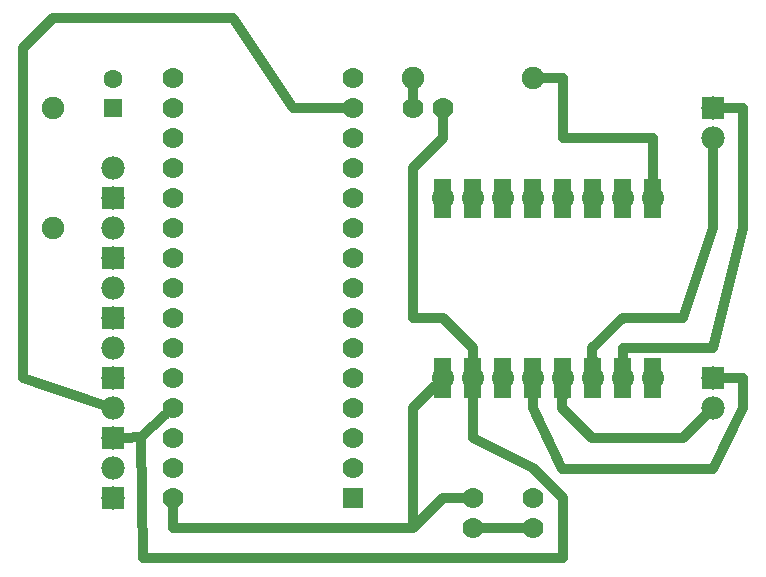
<source format=gbl>
G04 MADE WITH FRITZING*
G04 WWW.FRITZING.ORG*
G04 DOUBLE SIDED*
G04 HOLES PLATED*
G04 CONTOUR ON CENTER OF CONTOUR VECTOR*
%ASAXBY*%
%FSLAX23Y23*%
%MOIN*%
%OFA0B0*%
%SFA1.0B1.0*%
%ADD10C,0.070000*%
%ADD11C,0.074000*%
%ADD12C,0.075000*%
%ADD13C,0.062992*%
%ADD14C,0.078000*%
%ADD15R,0.069972X0.070000*%
%ADD16R,0.062992X0.062992*%
%ADD17R,0.078000X0.078000*%
%ADD18C,0.032000*%
%ADD19R,0.001000X0.001000*%
%LNCOPPER0*%
G90*
G70*
G54D10*
X1138Y296D03*
X1138Y396D03*
X1138Y496D03*
X1138Y596D03*
X1138Y696D03*
X1138Y796D03*
X1138Y896D03*
X1138Y996D03*
X1138Y1096D03*
X1138Y1196D03*
X1138Y1296D03*
X1138Y1396D03*
X1138Y1496D03*
X1138Y1596D03*
X1138Y1696D03*
X538Y296D03*
X538Y396D03*
X538Y496D03*
X538Y596D03*
X538Y696D03*
X538Y796D03*
X538Y896D03*
X538Y996D03*
X538Y1096D03*
X538Y1196D03*
X538Y1296D03*
X538Y1396D03*
X538Y1496D03*
X538Y1596D03*
X538Y1696D03*
G54D11*
X2138Y696D03*
X2038Y696D03*
X1938Y696D03*
X1838Y696D03*
X1738Y696D03*
X1638Y696D03*
X1538Y696D03*
X1438Y696D03*
X1438Y1296D03*
X1538Y1296D03*
X1638Y1296D03*
X1738Y1296D03*
X1838Y1296D03*
X1938Y1296D03*
X2038Y1296D03*
X2138Y1296D03*
G54D12*
X138Y1596D03*
X138Y1196D03*
G54D13*
X338Y1596D03*
X338Y1695D03*
G54D14*
X2338Y696D03*
X2338Y596D03*
X338Y1096D03*
X338Y1196D03*
X338Y296D03*
X338Y396D03*
X338Y696D03*
X338Y796D03*
X338Y496D03*
X338Y596D03*
X338Y1296D03*
X338Y1396D03*
X2338Y1596D03*
X2338Y1496D03*
X338Y896D03*
X338Y996D03*
G54D10*
X1438Y1596D03*
X1338Y1596D03*
X1538Y296D03*
X1538Y196D03*
G54D12*
X1338Y1696D03*
X1738Y1696D03*
G54D10*
X1738Y196D03*
X1738Y296D03*
G54D15*
X1138Y296D03*
G54D16*
X338Y1596D03*
G54D17*
X2338Y696D03*
X338Y1096D03*
X338Y296D03*
X338Y696D03*
X338Y496D03*
X338Y1296D03*
X2338Y1596D03*
X338Y896D03*
G54D18*
X1836Y598D02*
X1837Y660D01*
D02*
X1936Y498D02*
X1836Y598D01*
D02*
X2239Y498D02*
X1936Y498D01*
D02*
X2316Y575D02*
X2239Y498D01*
D02*
X2438Y697D02*
X2438Y598D01*
D02*
X1737Y598D02*
X1737Y660D01*
D02*
X2438Y598D02*
X2338Y394D01*
D02*
X1836Y394D02*
X1737Y598D01*
D02*
X2368Y697D02*
X2438Y697D01*
D02*
X2338Y394D02*
X1836Y394D01*
D02*
X2338Y1196D02*
X2239Y897D01*
D02*
X1936Y797D02*
X1937Y733D01*
D02*
X2039Y897D02*
X1936Y797D01*
D02*
X2239Y897D02*
X2039Y897D01*
D02*
X2338Y1461D02*
X2338Y1196D01*
D02*
X2338Y797D02*
X2139Y797D01*
D02*
X2438Y1598D02*
X2438Y1495D01*
D02*
X2368Y1597D02*
X2438Y1598D01*
D02*
X2039Y797D02*
X2038Y733D01*
D02*
X2139Y797D02*
X2039Y797D01*
D02*
X2438Y1196D02*
X2338Y797D01*
D02*
X2438Y1495D02*
X2438Y1196D01*
D02*
X538Y196D02*
X1338Y196D01*
D02*
X1338Y596D02*
X1412Y670D01*
D02*
X1338Y196D02*
X1338Y596D01*
D02*
X538Y261D02*
X538Y196D01*
D02*
X1438Y296D02*
X1512Y296D01*
D02*
X1338Y196D02*
X1438Y296D01*
D02*
X1564Y196D02*
X1712Y196D01*
D02*
X138Y1896D02*
X738Y1896D01*
D02*
X938Y1596D02*
X1103Y1596D01*
D02*
X738Y1896D02*
X938Y1596D01*
D02*
X38Y1796D02*
X138Y1896D01*
D02*
X38Y696D02*
X38Y1796D01*
D02*
X304Y608D02*
X38Y696D01*
D02*
X430Y500D02*
X373Y498D01*
D02*
X512Y573D02*
X430Y500D01*
D02*
X1538Y496D02*
X1538Y660D01*
D02*
X1838Y296D02*
X1738Y396D01*
D02*
X1738Y396D02*
X1538Y496D01*
D02*
X430Y500D02*
X438Y96D01*
D02*
X438Y96D02*
X538Y96D01*
D02*
X538Y96D02*
X1838Y96D01*
D02*
X1838Y96D02*
X1838Y296D01*
D02*
X2138Y1496D02*
X2138Y1333D01*
D02*
X1838Y1696D02*
X1838Y1496D01*
D02*
X1838Y1496D02*
X2138Y1496D01*
D02*
X1766Y1696D02*
X1838Y1696D01*
D02*
X1338Y1622D02*
X1338Y1668D01*
D02*
X1338Y896D02*
X1438Y896D01*
D02*
X1438Y896D02*
X1538Y796D01*
D02*
X1438Y1570D02*
X1438Y1496D01*
D02*
X1338Y1396D02*
X1338Y896D01*
D02*
X1538Y796D02*
X1538Y733D01*
D02*
X1438Y1496D02*
X1338Y1396D01*
G54D19*
X1409Y1362D02*
X1465Y1362D01*
X1509Y1362D02*
X1565Y1362D01*
X1609Y1362D02*
X1665Y1362D01*
X1709Y1362D02*
X1765Y1362D01*
X1809Y1362D02*
X1865Y1362D01*
X1909Y1362D02*
X1965Y1362D01*
X2009Y1362D02*
X2065Y1362D01*
X2109Y1362D02*
X2165Y1362D01*
X1409Y1361D02*
X1465Y1361D01*
X1509Y1361D02*
X1565Y1361D01*
X1609Y1361D02*
X1665Y1361D01*
X1709Y1361D02*
X1765Y1361D01*
X1809Y1361D02*
X1865Y1361D01*
X1909Y1361D02*
X1965Y1361D01*
X2009Y1361D02*
X2065Y1361D01*
X2109Y1361D02*
X2165Y1361D01*
X1409Y1360D02*
X1465Y1360D01*
X1509Y1360D02*
X1565Y1360D01*
X1609Y1360D02*
X1665Y1360D01*
X1709Y1360D02*
X1765Y1360D01*
X1809Y1360D02*
X1865Y1360D01*
X1909Y1360D02*
X1965Y1360D01*
X2009Y1360D02*
X2065Y1360D01*
X2109Y1360D02*
X2165Y1360D01*
X1409Y1359D02*
X1465Y1359D01*
X1509Y1359D02*
X1565Y1359D01*
X1609Y1359D02*
X1665Y1359D01*
X1709Y1359D02*
X1765Y1359D01*
X1809Y1359D02*
X1865Y1359D01*
X1909Y1359D02*
X1965Y1359D01*
X2009Y1359D02*
X2065Y1359D01*
X2109Y1359D02*
X2165Y1359D01*
X1409Y1358D02*
X1465Y1358D01*
X1509Y1358D02*
X1565Y1358D01*
X1609Y1358D02*
X1665Y1358D01*
X1709Y1358D02*
X1765Y1358D01*
X1809Y1358D02*
X1865Y1358D01*
X1909Y1358D02*
X1965Y1358D01*
X2009Y1358D02*
X2065Y1358D01*
X2109Y1358D02*
X2165Y1358D01*
X1409Y1357D02*
X1465Y1357D01*
X1509Y1357D02*
X1565Y1357D01*
X1609Y1357D02*
X1665Y1357D01*
X1709Y1357D02*
X1765Y1357D01*
X1809Y1357D02*
X1865Y1357D01*
X1909Y1357D02*
X1965Y1357D01*
X2009Y1357D02*
X2065Y1357D01*
X2109Y1357D02*
X2165Y1357D01*
X1409Y1356D02*
X1465Y1356D01*
X1509Y1356D02*
X1565Y1356D01*
X1609Y1356D02*
X1665Y1356D01*
X1709Y1356D02*
X1765Y1356D01*
X1809Y1356D02*
X1865Y1356D01*
X1909Y1356D02*
X1965Y1356D01*
X2009Y1356D02*
X2065Y1356D01*
X2109Y1356D02*
X2165Y1356D01*
X1409Y1355D02*
X1465Y1355D01*
X1509Y1355D02*
X1565Y1355D01*
X1609Y1355D02*
X1665Y1355D01*
X1709Y1355D02*
X1765Y1355D01*
X1809Y1355D02*
X1865Y1355D01*
X1909Y1355D02*
X1965Y1355D01*
X2009Y1355D02*
X2065Y1355D01*
X2109Y1355D02*
X2165Y1355D01*
X1409Y1354D02*
X1465Y1354D01*
X1509Y1354D02*
X1565Y1354D01*
X1609Y1354D02*
X1665Y1354D01*
X1709Y1354D02*
X1765Y1354D01*
X1809Y1354D02*
X1865Y1354D01*
X1909Y1354D02*
X1965Y1354D01*
X2009Y1354D02*
X2065Y1354D01*
X2109Y1354D02*
X2165Y1354D01*
X1409Y1353D02*
X1465Y1353D01*
X1509Y1353D02*
X1565Y1353D01*
X1609Y1353D02*
X1665Y1353D01*
X1709Y1353D02*
X1765Y1353D01*
X1809Y1353D02*
X1865Y1353D01*
X1909Y1353D02*
X1965Y1353D01*
X2009Y1353D02*
X2065Y1353D01*
X2109Y1353D02*
X2165Y1353D01*
X1409Y1352D02*
X1465Y1352D01*
X1509Y1352D02*
X1565Y1352D01*
X1609Y1352D02*
X1665Y1352D01*
X1709Y1352D02*
X1765Y1352D01*
X1809Y1352D02*
X1865Y1352D01*
X1909Y1352D02*
X1965Y1352D01*
X2009Y1352D02*
X2065Y1352D01*
X2109Y1352D02*
X2165Y1352D01*
X1409Y1351D02*
X1465Y1351D01*
X1509Y1351D02*
X1565Y1351D01*
X1609Y1351D02*
X1665Y1351D01*
X1709Y1351D02*
X1765Y1351D01*
X1809Y1351D02*
X1865Y1351D01*
X1909Y1351D02*
X1965Y1351D01*
X2009Y1351D02*
X2065Y1351D01*
X2109Y1351D02*
X2165Y1351D01*
X1409Y1350D02*
X1465Y1350D01*
X1509Y1350D02*
X1565Y1350D01*
X1609Y1350D02*
X1665Y1350D01*
X1709Y1350D02*
X1765Y1350D01*
X1809Y1350D02*
X1865Y1350D01*
X1909Y1350D02*
X1965Y1350D01*
X2009Y1350D02*
X2065Y1350D01*
X2109Y1350D02*
X2165Y1350D01*
X1409Y1349D02*
X1465Y1349D01*
X1509Y1349D02*
X1565Y1349D01*
X1609Y1349D02*
X1665Y1349D01*
X1709Y1349D02*
X1765Y1349D01*
X1809Y1349D02*
X1865Y1349D01*
X1909Y1349D02*
X1965Y1349D01*
X2009Y1349D02*
X2065Y1349D01*
X2109Y1349D02*
X2165Y1349D01*
X1409Y1348D02*
X1465Y1348D01*
X1509Y1348D02*
X1565Y1348D01*
X1609Y1348D02*
X1665Y1348D01*
X1709Y1348D02*
X1765Y1348D01*
X1809Y1348D02*
X1865Y1348D01*
X1909Y1348D02*
X1965Y1348D01*
X2009Y1348D02*
X2065Y1348D01*
X2109Y1348D02*
X2165Y1348D01*
X1409Y1347D02*
X1465Y1347D01*
X1509Y1347D02*
X1565Y1347D01*
X1609Y1347D02*
X1665Y1347D01*
X1709Y1347D02*
X1765Y1347D01*
X1809Y1347D02*
X1865Y1347D01*
X1909Y1347D02*
X1965Y1347D01*
X2009Y1347D02*
X2065Y1347D01*
X2109Y1347D02*
X2165Y1347D01*
X1409Y1346D02*
X1465Y1346D01*
X1509Y1346D02*
X1565Y1346D01*
X1609Y1346D02*
X1665Y1346D01*
X1709Y1346D02*
X1765Y1346D01*
X1809Y1346D02*
X1865Y1346D01*
X1909Y1346D02*
X1965Y1346D01*
X2009Y1346D02*
X2065Y1346D01*
X2109Y1346D02*
X2165Y1346D01*
X1409Y1345D02*
X1465Y1345D01*
X1509Y1345D02*
X1565Y1345D01*
X1609Y1345D02*
X1665Y1345D01*
X1709Y1345D02*
X1765Y1345D01*
X1809Y1345D02*
X1865Y1345D01*
X1909Y1345D02*
X1965Y1345D01*
X2009Y1345D02*
X2065Y1345D01*
X2109Y1345D02*
X2165Y1345D01*
X1409Y1344D02*
X1465Y1344D01*
X1509Y1344D02*
X1565Y1344D01*
X1609Y1344D02*
X1665Y1344D01*
X1709Y1344D02*
X1765Y1344D01*
X1809Y1344D02*
X1865Y1344D01*
X1909Y1344D02*
X1965Y1344D01*
X2009Y1344D02*
X2065Y1344D01*
X2109Y1344D02*
X2165Y1344D01*
X1409Y1343D02*
X1465Y1343D01*
X1509Y1343D02*
X1565Y1343D01*
X1609Y1343D02*
X1665Y1343D01*
X1709Y1343D02*
X1765Y1343D01*
X1809Y1343D02*
X1865Y1343D01*
X1909Y1343D02*
X1965Y1343D01*
X2009Y1343D02*
X2065Y1343D01*
X2109Y1343D02*
X2165Y1343D01*
X1409Y1342D02*
X1465Y1342D01*
X1509Y1342D02*
X1565Y1342D01*
X1609Y1342D02*
X1665Y1342D01*
X1709Y1342D02*
X1765Y1342D01*
X1809Y1342D02*
X1865Y1342D01*
X1909Y1342D02*
X1965Y1342D01*
X2009Y1342D02*
X2065Y1342D01*
X2109Y1342D02*
X2165Y1342D01*
X1409Y1341D02*
X1465Y1341D01*
X1509Y1341D02*
X1565Y1341D01*
X1609Y1341D02*
X1665Y1341D01*
X1709Y1341D02*
X1765Y1341D01*
X1809Y1341D02*
X1865Y1341D01*
X1909Y1341D02*
X1965Y1341D01*
X2009Y1341D02*
X2065Y1341D01*
X2109Y1341D02*
X2165Y1341D01*
X1409Y1340D02*
X1465Y1340D01*
X1509Y1340D02*
X1565Y1340D01*
X1609Y1340D02*
X1665Y1340D01*
X1709Y1340D02*
X1765Y1340D01*
X1809Y1340D02*
X1865Y1340D01*
X1909Y1340D02*
X1965Y1340D01*
X2009Y1340D02*
X2065Y1340D01*
X2109Y1340D02*
X2165Y1340D01*
X1409Y1339D02*
X1465Y1339D01*
X1509Y1339D02*
X1565Y1339D01*
X1609Y1339D02*
X1665Y1339D01*
X1709Y1339D02*
X1765Y1339D01*
X1809Y1339D02*
X1865Y1339D01*
X1909Y1339D02*
X1965Y1339D01*
X2009Y1339D02*
X2065Y1339D01*
X2109Y1339D02*
X2165Y1339D01*
X1409Y1338D02*
X1465Y1338D01*
X1509Y1338D02*
X1565Y1338D01*
X1609Y1338D02*
X1665Y1338D01*
X1709Y1338D02*
X1765Y1338D01*
X1809Y1338D02*
X1865Y1338D01*
X1909Y1338D02*
X1965Y1338D01*
X2009Y1338D02*
X2065Y1338D01*
X2109Y1338D02*
X2165Y1338D01*
X1409Y1337D02*
X1465Y1337D01*
X1509Y1337D02*
X1565Y1337D01*
X1609Y1337D02*
X1665Y1337D01*
X1709Y1337D02*
X1765Y1337D01*
X1809Y1337D02*
X1865Y1337D01*
X1909Y1337D02*
X1965Y1337D01*
X2009Y1337D02*
X2065Y1337D01*
X2109Y1337D02*
X2165Y1337D01*
X1409Y1336D02*
X1465Y1336D01*
X1509Y1336D02*
X1565Y1336D01*
X1609Y1336D02*
X1665Y1336D01*
X1709Y1336D02*
X1765Y1336D01*
X1809Y1336D02*
X1865Y1336D01*
X1909Y1336D02*
X1965Y1336D01*
X2009Y1336D02*
X2065Y1336D01*
X2109Y1336D02*
X2165Y1336D01*
X1409Y1335D02*
X1465Y1335D01*
X1509Y1335D02*
X1565Y1335D01*
X1609Y1335D02*
X1665Y1335D01*
X1709Y1335D02*
X1765Y1335D01*
X1809Y1335D02*
X1865Y1335D01*
X1909Y1335D02*
X1965Y1335D01*
X2009Y1335D02*
X2065Y1335D01*
X2109Y1335D02*
X2165Y1335D01*
X1409Y1334D02*
X1465Y1334D01*
X1509Y1334D02*
X1565Y1334D01*
X1609Y1334D02*
X1665Y1334D01*
X1709Y1334D02*
X1765Y1334D01*
X1809Y1334D02*
X1865Y1334D01*
X1909Y1334D02*
X1965Y1334D01*
X2009Y1334D02*
X2065Y1334D01*
X2109Y1334D02*
X2165Y1334D01*
X1409Y1333D02*
X1465Y1333D01*
X1509Y1333D02*
X1565Y1333D01*
X1609Y1333D02*
X1665Y1333D01*
X1709Y1333D02*
X1765Y1333D01*
X1809Y1333D02*
X1865Y1333D01*
X1909Y1333D02*
X1965Y1333D01*
X2009Y1333D02*
X2065Y1333D01*
X2109Y1333D02*
X2165Y1333D01*
X1409Y1332D02*
X1465Y1332D01*
X1509Y1332D02*
X1565Y1332D01*
X1609Y1332D02*
X1665Y1332D01*
X1709Y1332D02*
X1765Y1332D01*
X1809Y1332D02*
X1865Y1332D01*
X1909Y1332D02*
X1965Y1332D01*
X2009Y1332D02*
X2065Y1332D01*
X2109Y1332D02*
X2165Y1332D01*
X1409Y1331D02*
X1465Y1331D01*
X1509Y1331D02*
X1565Y1331D01*
X1609Y1331D02*
X1665Y1331D01*
X1709Y1331D02*
X1765Y1331D01*
X1809Y1331D02*
X1865Y1331D01*
X1909Y1331D02*
X1965Y1331D01*
X2009Y1331D02*
X2065Y1331D01*
X2109Y1331D02*
X2165Y1331D01*
X1409Y1330D02*
X1465Y1330D01*
X1509Y1330D02*
X1565Y1330D01*
X1609Y1330D02*
X1665Y1330D01*
X1709Y1330D02*
X1765Y1330D01*
X1809Y1330D02*
X1865Y1330D01*
X1909Y1330D02*
X1965Y1330D01*
X2009Y1330D02*
X2065Y1330D01*
X2109Y1330D02*
X2165Y1330D01*
X1409Y1329D02*
X1465Y1329D01*
X1509Y1329D02*
X1565Y1329D01*
X1609Y1329D02*
X1665Y1329D01*
X1709Y1329D02*
X1765Y1329D01*
X1809Y1329D02*
X1865Y1329D01*
X1909Y1329D02*
X1965Y1329D01*
X2009Y1329D02*
X2065Y1329D01*
X2109Y1329D02*
X2165Y1329D01*
X1409Y1328D02*
X1465Y1328D01*
X1509Y1328D02*
X1565Y1328D01*
X1609Y1328D02*
X1665Y1328D01*
X1709Y1328D02*
X1765Y1328D01*
X1809Y1328D02*
X1865Y1328D01*
X1909Y1328D02*
X1965Y1328D01*
X2009Y1328D02*
X2065Y1328D01*
X2109Y1328D02*
X2165Y1328D01*
X1409Y1327D02*
X1465Y1327D01*
X1509Y1327D02*
X1565Y1327D01*
X1609Y1327D02*
X1665Y1327D01*
X1709Y1327D02*
X1765Y1327D01*
X1809Y1327D02*
X1865Y1327D01*
X1909Y1327D02*
X1965Y1327D01*
X2009Y1327D02*
X2065Y1327D01*
X2109Y1327D02*
X2165Y1327D01*
X1409Y1326D02*
X1465Y1326D01*
X1509Y1326D02*
X1565Y1326D01*
X1609Y1326D02*
X1665Y1326D01*
X1709Y1326D02*
X1765Y1326D01*
X1809Y1326D02*
X1865Y1326D01*
X1909Y1326D02*
X1965Y1326D01*
X2009Y1326D02*
X2065Y1326D01*
X2109Y1326D02*
X2165Y1326D01*
X1409Y1325D02*
X1430Y1325D01*
X1444Y1325D02*
X1465Y1325D01*
X1509Y1325D02*
X1530Y1325D01*
X1543Y1325D02*
X1565Y1325D01*
X1609Y1325D02*
X1630Y1325D01*
X1643Y1325D02*
X1665Y1325D01*
X1709Y1325D02*
X1730Y1325D01*
X1743Y1325D02*
X1765Y1325D01*
X1809Y1325D02*
X1830Y1325D01*
X1843Y1325D02*
X1865Y1325D01*
X1909Y1325D02*
X1930Y1325D01*
X1943Y1325D02*
X1965Y1325D01*
X2009Y1325D02*
X2030Y1325D01*
X2043Y1325D02*
X2065Y1325D01*
X2109Y1325D02*
X2130Y1325D01*
X2143Y1325D02*
X2165Y1325D01*
X1409Y1324D02*
X1427Y1324D01*
X1447Y1324D02*
X1465Y1324D01*
X1509Y1324D02*
X1527Y1324D01*
X1547Y1324D02*
X1565Y1324D01*
X1609Y1324D02*
X1627Y1324D01*
X1647Y1324D02*
X1665Y1324D01*
X1709Y1324D02*
X1727Y1324D01*
X1747Y1324D02*
X1765Y1324D01*
X1809Y1324D02*
X1827Y1324D01*
X1847Y1324D02*
X1865Y1324D01*
X1909Y1324D02*
X1927Y1324D01*
X1947Y1324D02*
X1965Y1324D01*
X2009Y1324D02*
X2026Y1324D01*
X2047Y1324D02*
X2065Y1324D01*
X2109Y1324D02*
X2126Y1324D01*
X2147Y1324D02*
X2165Y1324D01*
X1409Y1323D02*
X1424Y1323D01*
X1449Y1323D02*
X1465Y1323D01*
X1509Y1323D02*
X1524Y1323D01*
X1549Y1323D02*
X1565Y1323D01*
X1609Y1323D02*
X1624Y1323D01*
X1649Y1323D02*
X1665Y1323D01*
X1709Y1323D02*
X1724Y1323D01*
X1749Y1323D02*
X1765Y1323D01*
X1809Y1323D02*
X1824Y1323D01*
X1849Y1323D02*
X1865Y1323D01*
X1909Y1323D02*
X1924Y1323D01*
X1949Y1323D02*
X1965Y1323D01*
X2009Y1323D02*
X2024Y1323D01*
X2049Y1323D02*
X2065Y1323D01*
X2109Y1323D02*
X2124Y1323D01*
X2149Y1323D02*
X2165Y1323D01*
X1409Y1322D02*
X1422Y1322D01*
X1451Y1322D02*
X1465Y1322D01*
X1509Y1322D02*
X1522Y1322D01*
X1551Y1322D02*
X1565Y1322D01*
X1609Y1322D02*
X1622Y1322D01*
X1651Y1322D02*
X1665Y1322D01*
X1709Y1322D02*
X1722Y1322D01*
X1751Y1322D02*
X1765Y1322D01*
X1809Y1322D02*
X1822Y1322D01*
X1851Y1322D02*
X1865Y1322D01*
X1909Y1322D02*
X1922Y1322D01*
X1951Y1322D02*
X1965Y1322D01*
X2009Y1322D02*
X2022Y1322D01*
X2051Y1322D02*
X2065Y1322D01*
X2109Y1322D02*
X2122Y1322D01*
X2151Y1322D02*
X2165Y1322D01*
X1409Y1321D02*
X1421Y1321D01*
X1453Y1321D02*
X1465Y1321D01*
X1509Y1321D02*
X1521Y1321D01*
X1553Y1321D02*
X1565Y1321D01*
X1609Y1321D02*
X1621Y1321D01*
X1653Y1321D02*
X1665Y1321D01*
X1709Y1321D02*
X1721Y1321D01*
X1753Y1321D02*
X1765Y1321D01*
X1809Y1321D02*
X1821Y1321D01*
X1853Y1321D02*
X1865Y1321D01*
X1909Y1321D02*
X1920Y1321D01*
X1953Y1321D02*
X1965Y1321D01*
X2009Y1321D02*
X2020Y1321D01*
X2053Y1321D02*
X2065Y1321D01*
X2109Y1321D02*
X2120Y1321D01*
X2153Y1321D02*
X2165Y1321D01*
X1409Y1320D02*
X1419Y1320D01*
X1454Y1320D02*
X1465Y1320D01*
X1509Y1320D02*
X1519Y1320D01*
X1554Y1320D02*
X1565Y1320D01*
X1609Y1320D02*
X1619Y1320D01*
X1654Y1320D02*
X1665Y1320D01*
X1709Y1320D02*
X1719Y1320D01*
X1754Y1320D02*
X1765Y1320D01*
X1809Y1320D02*
X1819Y1320D01*
X1854Y1320D02*
X1865Y1320D01*
X1909Y1320D02*
X1919Y1320D01*
X1954Y1320D02*
X1965Y1320D01*
X2009Y1320D02*
X2019Y1320D01*
X2054Y1320D02*
X2065Y1320D01*
X2109Y1320D02*
X2119Y1320D01*
X2154Y1320D02*
X2165Y1320D01*
X1409Y1319D02*
X1418Y1319D01*
X1455Y1319D02*
X1465Y1319D01*
X1509Y1319D02*
X1518Y1319D01*
X1555Y1319D02*
X1565Y1319D01*
X1609Y1319D02*
X1618Y1319D01*
X1655Y1319D02*
X1665Y1319D01*
X1709Y1319D02*
X1718Y1319D01*
X1755Y1319D02*
X1765Y1319D01*
X1809Y1319D02*
X1818Y1319D01*
X1855Y1319D02*
X1865Y1319D01*
X1909Y1319D02*
X1918Y1319D01*
X1955Y1319D02*
X1965Y1319D01*
X2009Y1319D02*
X2018Y1319D01*
X2055Y1319D02*
X2065Y1319D01*
X2109Y1319D02*
X2118Y1319D01*
X2155Y1319D02*
X2165Y1319D01*
X1409Y1318D02*
X1417Y1318D01*
X1457Y1318D02*
X1465Y1318D01*
X1509Y1318D02*
X1517Y1318D01*
X1557Y1318D02*
X1565Y1318D01*
X1609Y1318D02*
X1617Y1318D01*
X1657Y1318D02*
X1665Y1318D01*
X1709Y1318D02*
X1717Y1318D01*
X1757Y1318D02*
X1765Y1318D01*
X1809Y1318D02*
X1817Y1318D01*
X1857Y1318D02*
X1865Y1318D01*
X1909Y1318D02*
X1917Y1318D01*
X1957Y1318D02*
X1965Y1318D01*
X2009Y1318D02*
X2017Y1318D01*
X2056Y1318D02*
X2065Y1318D01*
X2109Y1318D02*
X2117Y1318D01*
X2156Y1318D02*
X2165Y1318D01*
X1409Y1317D02*
X1416Y1317D01*
X1458Y1317D02*
X1465Y1317D01*
X1509Y1317D02*
X1516Y1317D01*
X1558Y1317D02*
X1565Y1317D01*
X1609Y1317D02*
X1616Y1317D01*
X1658Y1317D02*
X1665Y1317D01*
X1709Y1317D02*
X1716Y1317D01*
X1758Y1317D02*
X1765Y1317D01*
X1809Y1317D02*
X1816Y1317D01*
X1858Y1317D02*
X1865Y1317D01*
X1909Y1317D02*
X1916Y1317D01*
X1958Y1317D02*
X1965Y1317D01*
X2009Y1317D02*
X2016Y1317D01*
X2058Y1317D02*
X2065Y1317D01*
X2109Y1317D02*
X2116Y1317D01*
X2158Y1317D02*
X2165Y1317D01*
X1409Y1316D02*
X1415Y1316D01*
X1459Y1316D02*
X1465Y1316D01*
X1509Y1316D02*
X1515Y1316D01*
X1559Y1316D02*
X1565Y1316D01*
X1609Y1316D02*
X1615Y1316D01*
X1659Y1316D02*
X1665Y1316D01*
X1709Y1316D02*
X1715Y1316D01*
X1758Y1316D02*
X1765Y1316D01*
X1809Y1316D02*
X1815Y1316D01*
X1858Y1316D02*
X1865Y1316D01*
X1909Y1316D02*
X1915Y1316D01*
X1958Y1316D02*
X1965Y1316D01*
X2009Y1316D02*
X2015Y1316D01*
X2058Y1316D02*
X2065Y1316D01*
X2109Y1316D02*
X2115Y1316D01*
X2158Y1316D02*
X2165Y1316D01*
X1409Y1315D02*
X1414Y1315D01*
X1459Y1315D02*
X1465Y1315D01*
X1509Y1315D02*
X1514Y1315D01*
X1559Y1315D02*
X1565Y1315D01*
X1609Y1315D02*
X1614Y1315D01*
X1659Y1315D02*
X1665Y1315D01*
X1709Y1315D02*
X1714Y1315D01*
X1759Y1315D02*
X1765Y1315D01*
X1809Y1315D02*
X1814Y1315D01*
X1859Y1315D02*
X1865Y1315D01*
X1909Y1315D02*
X1914Y1315D01*
X1959Y1315D02*
X1965Y1315D01*
X2009Y1315D02*
X2014Y1315D01*
X2059Y1315D02*
X2065Y1315D01*
X2109Y1315D02*
X2114Y1315D01*
X2159Y1315D02*
X2165Y1315D01*
X1409Y1314D02*
X1413Y1314D01*
X1460Y1314D02*
X1465Y1314D01*
X1509Y1314D02*
X1513Y1314D01*
X1560Y1314D02*
X1565Y1314D01*
X1609Y1314D02*
X1613Y1314D01*
X1660Y1314D02*
X1665Y1314D01*
X1709Y1314D02*
X1713Y1314D01*
X1760Y1314D02*
X1765Y1314D01*
X1809Y1314D02*
X1813Y1314D01*
X1860Y1314D02*
X1865Y1314D01*
X1909Y1314D02*
X1913Y1314D01*
X1960Y1314D02*
X1965Y1314D01*
X2009Y1314D02*
X2013Y1314D01*
X2060Y1314D02*
X2065Y1314D01*
X2109Y1314D02*
X2113Y1314D01*
X2160Y1314D02*
X2165Y1314D01*
X1409Y1313D02*
X1413Y1313D01*
X1461Y1313D02*
X1465Y1313D01*
X1509Y1313D02*
X1513Y1313D01*
X1561Y1313D02*
X1565Y1313D01*
X1609Y1313D02*
X1613Y1313D01*
X1661Y1313D02*
X1665Y1313D01*
X1709Y1313D02*
X1712Y1313D01*
X1761Y1313D02*
X1765Y1313D01*
X1809Y1313D02*
X1812Y1313D01*
X1861Y1313D02*
X1865Y1313D01*
X1909Y1313D02*
X1912Y1313D01*
X1961Y1313D02*
X1965Y1313D01*
X2009Y1313D02*
X2012Y1313D01*
X2061Y1313D02*
X2065Y1313D01*
X2109Y1313D02*
X2112Y1313D01*
X2161Y1313D02*
X2165Y1313D01*
X1409Y1312D02*
X1412Y1312D01*
X1462Y1312D02*
X1465Y1312D01*
X1509Y1312D02*
X1512Y1312D01*
X1562Y1312D02*
X1565Y1312D01*
X1609Y1312D02*
X1612Y1312D01*
X1662Y1312D02*
X1665Y1312D01*
X1709Y1312D02*
X1712Y1312D01*
X1762Y1312D02*
X1765Y1312D01*
X1809Y1312D02*
X1812Y1312D01*
X1861Y1312D02*
X1865Y1312D01*
X1909Y1312D02*
X1912Y1312D01*
X1961Y1312D02*
X1965Y1312D01*
X2009Y1312D02*
X2012Y1312D01*
X2061Y1312D02*
X2065Y1312D01*
X2109Y1312D02*
X2112Y1312D01*
X2161Y1312D02*
X2165Y1312D01*
X1409Y1311D02*
X1411Y1311D01*
X1462Y1311D02*
X1465Y1311D01*
X1509Y1311D02*
X1511Y1311D01*
X1562Y1311D02*
X1565Y1311D01*
X1609Y1311D02*
X1611Y1311D01*
X1662Y1311D02*
X1665Y1311D01*
X1709Y1311D02*
X1711Y1311D01*
X1762Y1311D02*
X1765Y1311D01*
X1809Y1311D02*
X1811Y1311D01*
X1862Y1311D02*
X1865Y1311D01*
X1909Y1311D02*
X1911Y1311D01*
X1962Y1311D02*
X1965Y1311D01*
X2009Y1311D02*
X2011Y1311D01*
X2062Y1311D02*
X2065Y1311D01*
X2109Y1311D02*
X2111Y1311D01*
X2162Y1311D02*
X2165Y1311D01*
X1409Y1310D02*
X1411Y1310D01*
X1463Y1310D02*
X1465Y1310D01*
X1509Y1310D02*
X1511Y1310D01*
X1563Y1310D02*
X1565Y1310D01*
X1609Y1310D02*
X1611Y1310D01*
X1663Y1310D02*
X1665Y1310D01*
X1709Y1310D02*
X1711Y1310D01*
X1763Y1310D02*
X1765Y1310D01*
X1809Y1310D02*
X1811Y1310D01*
X1863Y1310D02*
X1865Y1310D01*
X1909Y1310D02*
X1911Y1310D01*
X1963Y1310D02*
X1965Y1310D01*
X2009Y1310D02*
X2011Y1310D01*
X2063Y1310D02*
X2065Y1310D01*
X2109Y1310D02*
X2111Y1310D01*
X2163Y1310D02*
X2165Y1310D01*
X1409Y1309D02*
X1410Y1309D01*
X1463Y1309D02*
X1465Y1309D01*
X1509Y1309D02*
X1510Y1309D01*
X1563Y1309D02*
X1565Y1309D01*
X1609Y1309D02*
X1610Y1309D01*
X1663Y1309D02*
X1665Y1309D01*
X1709Y1309D02*
X1710Y1309D01*
X1763Y1309D02*
X1765Y1309D01*
X1809Y1309D02*
X1810Y1309D01*
X1863Y1309D02*
X1865Y1309D01*
X1909Y1309D02*
X1910Y1309D01*
X1963Y1309D02*
X1965Y1309D01*
X2009Y1309D02*
X2010Y1309D01*
X2063Y1309D02*
X2065Y1309D01*
X2109Y1309D02*
X2110Y1309D01*
X2163Y1309D02*
X2165Y1309D01*
X1409Y1308D02*
X1410Y1308D01*
X1464Y1308D02*
X1465Y1308D01*
X1509Y1308D02*
X1510Y1308D01*
X1564Y1308D02*
X1565Y1308D01*
X1609Y1308D02*
X1610Y1308D01*
X1664Y1308D02*
X1665Y1308D01*
X1709Y1308D02*
X1710Y1308D01*
X1764Y1308D02*
X1765Y1308D01*
X1809Y1308D02*
X1810Y1308D01*
X1864Y1308D02*
X1865Y1308D01*
X1909Y1308D02*
X1910Y1308D01*
X1963Y1308D02*
X1965Y1308D01*
X2009Y1308D02*
X2010Y1308D01*
X2063Y1308D02*
X2065Y1308D01*
X2109Y1308D02*
X2110Y1308D01*
X2163Y1308D02*
X2165Y1308D01*
X1409Y1307D02*
X1410Y1307D01*
X1464Y1307D02*
X1465Y1307D01*
X1509Y1307D02*
X1510Y1307D01*
X1564Y1307D02*
X1565Y1307D01*
X1609Y1307D02*
X1610Y1307D01*
X1664Y1307D02*
X1665Y1307D01*
X1709Y1307D02*
X1709Y1307D01*
X1764Y1307D02*
X1765Y1307D01*
X1809Y1307D02*
X1809Y1307D01*
X1864Y1307D02*
X1865Y1307D01*
X1909Y1307D02*
X1909Y1307D01*
X1964Y1307D02*
X1965Y1307D01*
X2009Y1307D02*
X2009Y1307D01*
X2064Y1307D02*
X2065Y1307D01*
X2109Y1307D02*
X2109Y1307D01*
X2164Y1307D02*
X2165Y1307D01*
X1409Y1306D02*
X1409Y1306D01*
X1464Y1306D02*
X1465Y1306D01*
X1509Y1306D02*
X1509Y1306D01*
X1564Y1306D02*
X1565Y1306D01*
X1609Y1306D02*
X1609Y1306D01*
X1664Y1306D02*
X1665Y1306D01*
X1709Y1306D02*
X1709Y1306D01*
X1764Y1306D02*
X1765Y1306D01*
X1809Y1306D02*
X1809Y1306D01*
X1864Y1306D02*
X1865Y1306D01*
X1909Y1306D02*
X1909Y1306D01*
X1964Y1306D02*
X1965Y1306D01*
X2009Y1306D02*
X2009Y1306D01*
X2064Y1306D02*
X2065Y1306D01*
X2109Y1306D02*
X2109Y1306D01*
X2164Y1306D02*
X2165Y1306D01*
X1409Y1305D02*
X1409Y1305D01*
X1465Y1305D02*
X1465Y1305D01*
X1509Y1305D02*
X1509Y1305D01*
X1565Y1305D02*
X1565Y1305D01*
X1609Y1305D02*
X1609Y1305D01*
X1665Y1305D02*
X1665Y1305D01*
X1709Y1305D02*
X1709Y1305D01*
X1765Y1305D02*
X1765Y1305D01*
X1809Y1305D02*
X1809Y1305D01*
X1865Y1305D02*
X1865Y1305D01*
X1909Y1305D02*
X1909Y1305D01*
X1965Y1305D02*
X1965Y1305D01*
X2009Y1305D02*
X2009Y1305D01*
X2064Y1305D02*
X2065Y1305D01*
X2109Y1305D02*
X2109Y1305D01*
X2164Y1305D02*
X2165Y1305D01*
X1409Y1304D02*
X1409Y1304D01*
X1465Y1304D02*
X1465Y1304D01*
X1509Y1304D02*
X1509Y1304D01*
X1565Y1304D02*
X1565Y1304D01*
X1609Y1304D02*
X1609Y1304D01*
X1665Y1304D02*
X1665Y1304D01*
X1709Y1304D02*
X1709Y1304D01*
X1765Y1304D02*
X1765Y1304D01*
X1809Y1304D02*
X1809Y1304D01*
X1865Y1304D02*
X1865Y1304D01*
X1909Y1304D02*
X1909Y1304D01*
X1965Y1304D02*
X1965Y1304D01*
X2065Y1304D02*
X2065Y1304D01*
X2165Y1304D02*
X2165Y1304D01*
X1465Y1303D02*
X1465Y1303D01*
X1565Y1303D02*
X1565Y1303D01*
X1665Y1303D02*
X1665Y1303D01*
X1765Y1303D02*
X1765Y1303D01*
X1865Y1303D02*
X1865Y1303D01*
X1965Y1303D02*
X1965Y1303D01*
X2065Y1303D02*
X2065Y1303D01*
X2165Y1303D02*
X2165Y1303D01*
X1465Y1292D02*
X1465Y1292D01*
X1565Y1292D02*
X1565Y1292D01*
X1665Y1292D02*
X1665Y1292D01*
X1765Y1292D02*
X1765Y1292D01*
X1865Y1292D02*
X1865Y1292D01*
X1965Y1292D02*
X1965Y1292D01*
X2065Y1292D02*
X2065Y1292D01*
X2165Y1292D02*
X2165Y1292D01*
X1409Y1291D02*
X1409Y1291D01*
X1465Y1291D02*
X1465Y1291D01*
X1565Y1291D02*
X1565Y1291D01*
X1665Y1291D02*
X1665Y1291D01*
X1765Y1291D02*
X1765Y1291D01*
X1865Y1291D02*
X1865Y1291D01*
X1965Y1291D02*
X1965Y1291D01*
X2065Y1291D02*
X2065Y1291D01*
X2165Y1291D02*
X2165Y1291D01*
X1409Y1290D02*
X1409Y1290D01*
X1465Y1290D02*
X1465Y1290D01*
X1509Y1290D02*
X1509Y1290D01*
X1565Y1290D02*
X1565Y1290D01*
X1609Y1290D02*
X1609Y1290D01*
X1665Y1290D02*
X1665Y1290D01*
X1709Y1290D02*
X1709Y1290D01*
X1765Y1290D02*
X1765Y1290D01*
X1809Y1290D02*
X1809Y1290D01*
X1865Y1290D02*
X1865Y1290D01*
X1909Y1290D02*
X1909Y1290D01*
X1965Y1290D02*
X1965Y1290D01*
X2009Y1290D02*
X2009Y1290D01*
X2065Y1290D02*
X2065Y1290D01*
X2109Y1290D02*
X2109Y1290D01*
X2165Y1290D02*
X2165Y1290D01*
X1409Y1289D02*
X1409Y1289D01*
X1465Y1289D02*
X1465Y1289D01*
X1509Y1289D02*
X1509Y1289D01*
X1565Y1289D02*
X1565Y1289D01*
X1609Y1289D02*
X1609Y1289D01*
X1665Y1289D02*
X1665Y1289D01*
X1709Y1289D02*
X1709Y1289D01*
X1764Y1289D02*
X1765Y1289D01*
X1809Y1289D02*
X1809Y1289D01*
X1864Y1289D02*
X1865Y1289D01*
X1909Y1289D02*
X1909Y1289D01*
X1964Y1289D02*
X1965Y1289D01*
X2009Y1289D02*
X2009Y1289D01*
X2064Y1289D02*
X2065Y1289D01*
X2109Y1289D02*
X2109Y1289D01*
X2164Y1289D02*
X2165Y1289D01*
X1409Y1288D02*
X1409Y1288D01*
X1464Y1288D02*
X1465Y1288D01*
X1509Y1288D02*
X1509Y1288D01*
X1564Y1288D02*
X1565Y1288D01*
X1609Y1288D02*
X1609Y1288D01*
X1664Y1288D02*
X1665Y1288D01*
X1709Y1288D02*
X1709Y1288D01*
X1764Y1288D02*
X1765Y1288D01*
X1809Y1288D02*
X1809Y1288D01*
X1864Y1288D02*
X1865Y1288D01*
X1909Y1288D02*
X1909Y1288D01*
X1964Y1288D02*
X1965Y1288D01*
X2009Y1288D02*
X2009Y1288D01*
X2064Y1288D02*
X2065Y1288D01*
X2109Y1288D02*
X2109Y1288D01*
X2164Y1288D02*
X2165Y1288D01*
X1409Y1287D02*
X1410Y1287D01*
X1464Y1287D02*
X1465Y1287D01*
X1509Y1287D02*
X1510Y1287D01*
X1564Y1287D02*
X1565Y1287D01*
X1609Y1287D02*
X1610Y1287D01*
X1664Y1287D02*
X1665Y1287D01*
X1709Y1287D02*
X1710Y1287D01*
X1764Y1287D02*
X1765Y1287D01*
X1809Y1287D02*
X1810Y1287D01*
X1864Y1287D02*
X1865Y1287D01*
X1909Y1287D02*
X1910Y1287D01*
X1964Y1287D02*
X1965Y1287D01*
X2009Y1287D02*
X2010Y1287D01*
X2064Y1287D02*
X2065Y1287D01*
X2109Y1287D02*
X2109Y1287D01*
X2164Y1287D02*
X2165Y1287D01*
X1409Y1286D02*
X1410Y1286D01*
X1463Y1286D02*
X1465Y1286D01*
X1509Y1286D02*
X1510Y1286D01*
X1563Y1286D02*
X1565Y1286D01*
X1609Y1286D02*
X1610Y1286D01*
X1663Y1286D02*
X1665Y1286D01*
X1709Y1286D02*
X1710Y1286D01*
X1763Y1286D02*
X1765Y1286D01*
X1809Y1286D02*
X1810Y1286D01*
X1863Y1286D02*
X1865Y1286D01*
X1909Y1286D02*
X1910Y1286D01*
X1963Y1286D02*
X1965Y1286D01*
X2009Y1286D02*
X2010Y1286D01*
X2063Y1286D02*
X2065Y1286D01*
X2109Y1286D02*
X2110Y1286D01*
X2163Y1286D02*
X2165Y1286D01*
X1409Y1285D02*
X1411Y1285D01*
X1463Y1285D02*
X1465Y1285D01*
X1509Y1285D02*
X1511Y1285D01*
X1563Y1285D02*
X1565Y1285D01*
X1609Y1285D02*
X1611Y1285D01*
X1663Y1285D02*
X1665Y1285D01*
X1709Y1285D02*
X1711Y1285D01*
X1763Y1285D02*
X1765Y1285D01*
X1809Y1285D02*
X1810Y1285D01*
X1863Y1285D02*
X1865Y1285D01*
X1909Y1285D02*
X1910Y1285D01*
X1963Y1285D02*
X1965Y1285D01*
X2009Y1285D02*
X2010Y1285D01*
X2063Y1285D02*
X2065Y1285D01*
X2109Y1285D02*
X2110Y1285D01*
X2163Y1285D02*
X2165Y1285D01*
X1409Y1284D02*
X1411Y1284D01*
X1463Y1284D02*
X1465Y1284D01*
X1509Y1284D02*
X1511Y1284D01*
X1562Y1284D02*
X1565Y1284D01*
X1609Y1284D02*
X1611Y1284D01*
X1662Y1284D02*
X1665Y1284D01*
X1709Y1284D02*
X1711Y1284D01*
X1762Y1284D02*
X1765Y1284D01*
X1809Y1284D02*
X1811Y1284D01*
X1862Y1284D02*
X1865Y1284D01*
X1909Y1284D02*
X1911Y1284D01*
X1962Y1284D02*
X1965Y1284D01*
X2009Y1284D02*
X2011Y1284D01*
X2062Y1284D02*
X2065Y1284D01*
X2109Y1284D02*
X2111Y1284D01*
X2162Y1284D02*
X2165Y1284D01*
X1409Y1283D02*
X1412Y1283D01*
X1462Y1283D02*
X1465Y1283D01*
X1509Y1283D02*
X1512Y1283D01*
X1562Y1283D02*
X1565Y1283D01*
X1609Y1283D02*
X1612Y1283D01*
X1662Y1283D02*
X1665Y1283D01*
X1709Y1283D02*
X1712Y1283D01*
X1762Y1283D02*
X1765Y1283D01*
X1809Y1283D02*
X1812Y1283D01*
X1862Y1283D02*
X1865Y1283D01*
X1909Y1283D02*
X1911Y1283D01*
X1962Y1283D02*
X1965Y1283D01*
X2009Y1283D02*
X2011Y1283D01*
X2062Y1283D02*
X2065Y1283D01*
X2109Y1283D02*
X2111Y1283D01*
X2162Y1283D02*
X2165Y1283D01*
X1409Y1282D02*
X1412Y1282D01*
X1461Y1282D02*
X1465Y1282D01*
X1509Y1282D02*
X1512Y1282D01*
X1561Y1282D02*
X1565Y1282D01*
X1609Y1282D02*
X1612Y1282D01*
X1661Y1282D02*
X1665Y1282D01*
X1709Y1282D02*
X1712Y1282D01*
X1761Y1282D02*
X1765Y1282D01*
X1809Y1282D02*
X1812Y1282D01*
X1861Y1282D02*
X1865Y1282D01*
X1909Y1282D02*
X1912Y1282D01*
X1961Y1282D02*
X1965Y1282D01*
X2009Y1282D02*
X2012Y1282D01*
X2061Y1282D02*
X2065Y1282D01*
X2109Y1282D02*
X2112Y1282D01*
X2161Y1282D02*
X2165Y1282D01*
X1409Y1281D02*
X1413Y1281D01*
X1461Y1281D02*
X1465Y1281D01*
X1509Y1281D02*
X1513Y1281D01*
X1561Y1281D02*
X1565Y1281D01*
X1609Y1281D02*
X1613Y1281D01*
X1661Y1281D02*
X1665Y1281D01*
X1709Y1281D02*
X1713Y1281D01*
X1761Y1281D02*
X1765Y1281D01*
X1809Y1281D02*
X1813Y1281D01*
X1861Y1281D02*
X1865Y1281D01*
X1909Y1281D02*
X1913Y1281D01*
X1961Y1281D02*
X1965Y1281D01*
X2009Y1281D02*
X2013Y1281D01*
X2060Y1281D02*
X2065Y1281D01*
X2109Y1281D02*
X2113Y1281D01*
X2160Y1281D02*
X2165Y1281D01*
X1409Y1280D02*
X1414Y1280D01*
X1460Y1280D02*
X1465Y1280D01*
X1509Y1280D02*
X1514Y1280D01*
X1560Y1280D02*
X1565Y1280D01*
X1609Y1280D02*
X1614Y1280D01*
X1660Y1280D02*
X1665Y1280D01*
X1709Y1280D02*
X1714Y1280D01*
X1760Y1280D02*
X1765Y1280D01*
X1809Y1280D02*
X1814Y1280D01*
X1860Y1280D02*
X1865Y1280D01*
X1909Y1280D02*
X1914Y1280D01*
X1960Y1280D02*
X1965Y1280D01*
X2009Y1280D02*
X2014Y1280D01*
X2060Y1280D02*
X2065Y1280D01*
X2109Y1280D02*
X2114Y1280D01*
X2160Y1280D02*
X2165Y1280D01*
X1409Y1279D02*
X1415Y1279D01*
X1459Y1279D02*
X1465Y1279D01*
X1509Y1279D02*
X1515Y1279D01*
X1559Y1279D02*
X1565Y1279D01*
X1609Y1279D02*
X1615Y1279D01*
X1659Y1279D02*
X1665Y1279D01*
X1709Y1279D02*
X1714Y1279D01*
X1759Y1279D02*
X1765Y1279D01*
X1809Y1279D02*
X1814Y1279D01*
X1859Y1279D02*
X1865Y1279D01*
X1909Y1279D02*
X1914Y1279D01*
X1959Y1279D02*
X1965Y1279D01*
X2009Y1279D02*
X2014Y1279D01*
X2059Y1279D02*
X2065Y1279D01*
X2109Y1279D02*
X2114Y1279D01*
X2159Y1279D02*
X2165Y1279D01*
X1409Y1278D02*
X1415Y1278D01*
X1458Y1278D02*
X1465Y1278D01*
X1509Y1278D02*
X1515Y1278D01*
X1558Y1278D02*
X1565Y1278D01*
X1609Y1278D02*
X1615Y1278D01*
X1658Y1278D02*
X1665Y1278D01*
X1709Y1278D02*
X1715Y1278D01*
X1758Y1278D02*
X1765Y1278D01*
X1809Y1278D02*
X1815Y1278D01*
X1858Y1278D02*
X1865Y1278D01*
X1909Y1278D02*
X1915Y1278D01*
X1958Y1278D02*
X1965Y1278D01*
X2009Y1278D02*
X2015Y1278D01*
X2058Y1278D02*
X2065Y1278D01*
X2109Y1278D02*
X2115Y1278D01*
X2158Y1278D02*
X2165Y1278D01*
X1409Y1277D02*
X1416Y1277D01*
X1457Y1277D02*
X1465Y1277D01*
X1509Y1277D02*
X1516Y1277D01*
X1557Y1277D02*
X1565Y1277D01*
X1609Y1277D02*
X1616Y1277D01*
X1657Y1277D02*
X1665Y1277D01*
X1709Y1277D02*
X1716Y1277D01*
X1757Y1277D02*
X1765Y1277D01*
X1809Y1277D02*
X1816Y1277D01*
X1857Y1277D02*
X1865Y1277D01*
X1909Y1277D02*
X1916Y1277D01*
X1957Y1277D02*
X1965Y1277D01*
X2009Y1277D02*
X2016Y1277D01*
X2057Y1277D02*
X2065Y1277D01*
X2109Y1277D02*
X2116Y1277D01*
X2157Y1277D02*
X2165Y1277D01*
X1409Y1276D02*
X1417Y1276D01*
X1456Y1276D02*
X1465Y1276D01*
X1509Y1276D02*
X1517Y1276D01*
X1556Y1276D02*
X1565Y1276D01*
X1609Y1276D02*
X1617Y1276D01*
X1656Y1276D02*
X1665Y1276D01*
X1709Y1276D02*
X1717Y1276D01*
X1756Y1276D02*
X1765Y1276D01*
X1809Y1276D02*
X1817Y1276D01*
X1856Y1276D02*
X1865Y1276D01*
X1909Y1276D02*
X1917Y1276D01*
X1956Y1276D02*
X1965Y1276D01*
X2009Y1276D02*
X2017Y1276D01*
X2056Y1276D02*
X2065Y1276D01*
X2109Y1276D02*
X2117Y1276D01*
X2156Y1276D02*
X2165Y1276D01*
X1409Y1275D02*
X1419Y1275D01*
X1455Y1275D02*
X1465Y1275D01*
X1509Y1275D02*
X1519Y1275D01*
X1555Y1275D02*
X1565Y1275D01*
X1609Y1275D02*
X1619Y1275D01*
X1655Y1275D02*
X1665Y1275D01*
X1709Y1275D02*
X1719Y1275D01*
X1755Y1275D02*
X1765Y1275D01*
X1809Y1275D02*
X1819Y1275D01*
X1855Y1275D02*
X1865Y1275D01*
X1909Y1275D02*
X1919Y1275D01*
X1955Y1275D02*
X1965Y1275D01*
X2009Y1275D02*
X2018Y1275D01*
X2055Y1275D02*
X2065Y1275D01*
X2109Y1275D02*
X2118Y1275D01*
X2155Y1275D02*
X2165Y1275D01*
X1409Y1274D02*
X1420Y1274D01*
X1454Y1274D02*
X1465Y1274D01*
X1509Y1274D02*
X1520Y1274D01*
X1554Y1274D02*
X1565Y1274D01*
X1609Y1274D02*
X1620Y1274D01*
X1654Y1274D02*
X1665Y1274D01*
X1709Y1274D02*
X1720Y1274D01*
X1754Y1274D02*
X1765Y1274D01*
X1809Y1274D02*
X1820Y1274D01*
X1854Y1274D02*
X1865Y1274D01*
X1909Y1274D02*
X1920Y1274D01*
X1954Y1274D02*
X1965Y1274D01*
X2009Y1274D02*
X2020Y1274D01*
X2054Y1274D02*
X2065Y1274D01*
X2109Y1274D02*
X2120Y1274D01*
X2153Y1274D02*
X2165Y1274D01*
X1409Y1273D02*
X1421Y1273D01*
X1452Y1273D02*
X1465Y1273D01*
X1509Y1273D02*
X1521Y1273D01*
X1552Y1273D02*
X1565Y1273D01*
X1609Y1273D02*
X1621Y1273D01*
X1652Y1273D02*
X1665Y1273D01*
X1709Y1273D02*
X1721Y1273D01*
X1752Y1273D02*
X1765Y1273D01*
X1809Y1273D02*
X1821Y1273D01*
X1852Y1273D02*
X1865Y1273D01*
X1909Y1273D02*
X1921Y1273D01*
X1952Y1273D02*
X1965Y1273D01*
X2009Y1273D02*
X2021Y1273D01*
X2052Y1273D02*
X2065Y1273D01*
X2109Y1273D02*
X2121Y1273D01*
X2152Y1273D02*
X2165Y1273D01*
X1409Y1272D02*
X1423Y1272D01*
X1451Y1272D02*
X1465Y1272D01*
X1509Y1272D02*
X1523Y1272D01*
X1550Y1272D02*
X1565Y1272D01*
X1609Y1272D02*
X1623Y1272D01*
X1650Y1272D02*
X1665Y1272D01*
X1709Y1272D02*
X1723Y1272D01*
X1750Y1272D02*
X1765Y1272D01*
X1809Y1272D02*
X1823Y1272D01*
X1850Y1272D02*
X1865Y1272D01*
X1909Y1272D02*
X1923Y1272D01*
X1950Y1272D02*
X1965Y1272D01*
X2009Y1272D02*
X2023Y1272D01*
X2050Y1272D02*
X2065Y1272D01*
X2109Y1272D02*
X2123Y1272D01*
X2150Y1272D02*
X2165Y1272D01*
X1409Y1271D02*
X1425Y1271D01*
X1448Y1271D02*
X1465Y1271D01*
X1509Y1271D02*
X1525Y1271D01*
X1548Y1271D02*
X1565Y1271D01*
X1609Y1271D02*
X1625Y1271D01*
X1648Y1271D02*
X1665Y1271D01*
X1709Y1271D02*
X1725Y1271D01*
X1748Y1271D02*
X1765Y1271D01*
X1809Y1271D02*
X1825Y1271D01*
X1848Y1271D02*
X1865Y1271D01*
X1909Y1271D02*
X1925Y1271D01*
X1948Y1271D02*
X1965Y1271D01*
X2009Y1271D02*
X2025Y1271D01*
X2048Y1271D02*
X2065Y1271D01*
X2109Y1271D02*
X2125Y1271D01*
X2148Y1271D02*
X2165Y1271D01*
X1409Y1270D02*
X1428Y1270D01*
X1446Y1270D02*
X1465Y1270D01*
X1509Y1270D02*
X1528Y1270D01*
X1546Y1270D02*
X1565Y1270D01*
X1609Y1270D02*
X1628Y1270D01*
X1646Y1270D02*
X1665Y1270D01*
X1709Y1270D02*
X1728Y1270D01*
X1746Y1270D02*
X1765Y1270D01*
X1809Y1270D02*
X1828Y1270D01*
X1846Y1270D02*
X1865Y1270D01*
X1909Y1270D02*
X1928Y1270D01*
X1945Y1270D02*
X1965Y1270D01*
X2009Y1270D02*
X2028Y1270D01*
X2045Y1270D02*
X2065Y1270D01*
X2109Y1270D02*
X2128Y1270D01*
X2145Y1270D02*
X2165Y1270D01*
X1409Y1269D02*
X1433Y1269D01*
X1441Y1269D02*
X1465Y1269D01*
X1509Y1269D02*
X1533Y1269D01*
X1541Y1269D02*
X1565Y1269D01*
X1609Y1269D02*
X1633Y1269D01*
X1641Y1269D02*
X1665Y1269D01*
X1709Y1269D02*
X1733Y1269D01*
X1741Y1269D02*
X1765Y1269D01*
X1809Y1269D02*
X1832Y1269D01*
X1841Y1269D02*
X1865Y1269D01*
X1909Y1269D02*
X1932Y1269D01*
X1941Y1269D02*
X1965Y1269D01*
X2009Y1269D02*
X2032Y1269D01*
X2041Y1269D02*
X2065Y1269D01*
X2109Y1269D02*
X2132Y1269D01*
X2141Y1269D02*
X2165Y1269D01*
X1409Y1268D02*
X1465Y1268D01*
X1509Y1268D02*
X1565Y1268D01*
X1609Y1268D02*
X1665Y1268D01*
X1709Y1268D02*
X1765Y1268D01*
X1809Y1268D02*
X1865Y1268D01*
X1909Y1268D02*
X1965Y1268D01*
X2009Y1268D02*
X2065Y1268D01*
X2109Y1268D02*
X2165Y1268D01*
X1409Y1267D02*
X1465Y1267D01*
X1509Y1267D02*
X1565Y1267D01*
X1609Y1267D02*
X1665Y1267D01*
X1709Y1267D02*
X1765Y1267D01*
X1809Y1267D02*
X1865Y1267D01*
X1909Y1267D02*
X1965Y1267D01*
X2009Y1267D02*
X2065Y1267D01*
X2109Y1267D02*
X2165Y1267D01*
X1409Y1266D02*
X1465Y1266D01*
X1509Y1266D02*
X1565Y1266D01*
X1609Y1266D02*
X1665Y1266D01*
X1709Y1266D02*
X1765Y1266D01*
X1809Y1266D02*
X1865Y1266D01*
X1909Y1266D02*
X1965Y1266D01*
X2009Y1266D02*
X2065Y1266D01*
X2109Y1266D02*
X2165Y1266D01*
X1409Y1265D02*
X1465Y1265D01*
X1509Y1265D02*
X1565Y1265D01*
X1609Y1265D02*
X1665Y1265D01*
X1709Y1265D02*
X1765Y1265D01*
X1809Y1265D02*
X1865Y1265D01*
X1909Y1265D02*
X1965Y1265D01*
X2009Y1265D02*
X2065Y1265D01*
X2109Y1265D02*
X2165Y1265D01*
X1409Y1264D02*
X1465Y1264D01*
X1509Y1264D02*
X1565Y1264D01*
X1609Y1264D02*
X1665Y1264D01*
X1709Y1264D02*
X1765Y1264D01*
X1809Y1264D02*
X1865Y1264D01*
X1909Y1264D02*
X1965Y1264D01*
X2009Y1264D02*
X2065Y1264D01*
X2109Y1264D02*
X2165Y1264D01*
X1409Y1263D02*
X1465Y1263D01*
X1509Y1263D02*
X1565Y1263D01*
X1609Y1263D02*
X1665Y1263D01*
X1709Y1263D02*
X1765Y1263D01*
X1809Y1263D02*
X1865Y1263D01*
X1909Y1263D02*
X1965Y1263D01*
X2009Y1263D02*
X2065Y1263D01*
X2109Y1263D02*
X2165Y1263D01*
X1409Y1262D02*
X1465Y1262D01*
X1509Y1262D02*
X1565Y1262D01*
X1609Y1262D02*
X1665Y1262D01*
X1709Y1262D02*
X1765Y1262D01*
X1809Y1262D02*
X1865Y1262D01*
X1909Y1262D02*
X1965Y1262D01*
X2009Y1262D02*
X2065Y1262D01*
X2109Y1262D02*
X2165Y1262D01*
X1409Y1261D02*
X1465Y1261D01*
X1509Y1261D02*
X1565Y1261D01*
X1609Y1261D02*
X1665Y1261D01*
X1709Y1261D02*
X1765Y1261D01*
X1809Y1261D02*
X1865Y1261D01*
X1909Y1261D02*
X1965Y1261D01*
X2009Y1261D02*
X2065Y1261D01*
X2109Y1261D02*
X2165Y1261D01*
X1409Y1260D02*
X1465Y1260D01*
X1509Y1260D02*
X1565Y1260D01*
X1609Y1260D02*
X1665Y1260D01*
X1709Y1260D02*
X1765Y1260D01*
X1809Y1260D02*
X1865Y1260D01*
X1909Y1260D02*
X1965Y1260D01*
X2009Y1260D02*
X2065Y1260D01*
X2109Y1260D02*
X2165Y1260D01*
X1409Y1259D02*
X1465Y1259D01*
X1509Y1259D02*
X1565Y1259D01*
X1609Y1259D02*
X1665Y1259D01*
X1709Y1259D02*
X1765Y1259D01*
X1809Y1259D02*
X1865Y1259D01*
X1909Y1259D02*
X1965Y1259D01*
X2009Y1259D02*
X2065Y1259D01*
X2109Y1259D02*
X2165Y1259D01*
X1409Y1258D02*
X1465Y1258D01*
X1509Y1258D02*
X1565Y1258D01*
X1609Y1258D02*
X1665Y1258D01*
X1709Y1258D02*
X1765Y1258D01*
X1809Y1258D02*
X1865Y1258D01*
X1909Y1258D02*
X1965Y1258D01*
X2009Y1258D02*
X2065Y1258D01*
X2109Y1258D02*
X2165Y1258D01*
X1409Y1257D02*
X1465Y1257D01*
X1509Y1257D02*
X1565Y1257D01*
X1609Y1257D02*
X1665Y1257D01*
X1709Y1257D02*
X1765Y1257D01*
X1809Y1257D02*
X1865Y1257D01*
X1909Y1257D02*
X1965Y1257D01*
X2009Y1257D02*
X2065Y1257D01*
X2109Y1257D02*
X2165Y1257D01*
X1409Y1256D02*
X1465Y1256D01*
X1509Y1256D02*
X1565Y1256D01*
X1609Y1256D02*
X1665Y1256D01*
X1709Y1256D02*
X1765Y1256D01*
X1809Y1256D02*
X1865Y1256D01*
X1909Y1256D02*
X1965Y1256D01*
X2009Y1256D02*
X2065Y1256D01*
X2109Y1256D02*
X2165Y1256D01*
X1409Y1255D02*
X1465Y1255D01*
X1509Y1255D02*
X1565Y1255D01*
X1609Y1255D02*
X1665Y1255D01*
X1709Y1255D02*
X1765Y1255D01*
X1809Y1255D02*
X1865Y1255D01*
X1909Y1255D02*
X1965Y1255D01*
X2009Y1255D02*
X2065Y1255D01*
X2109Y1255D02*
X2165Y1255D01*
X1409Y1254D02*
X1465Y1254D01*
X1509Y1254D02*
X1565Y1254D01*
X1609Y1254D02*
X1665Y1254D01*
X1709Y1254D02*
X1765Y1254D01*
X1809Y1254D02*
X1865Y1254D01*
X1909Y1254D02*
X1965Y1254D01*
X2009Y1254D02*
X2065Y1254D01*
X2109Y1254D02*
X2165Y1254D01*
X1409Y1253D02*
X1465Y1253D01*
X1509Y1253D02*
X1565Y1253D01*
X1609Y1253D02*
X1665Y1253D01*
X1709Y1253D02*
X1765Y1253D01*
X1809Y1253D02*
X1865Y1253D01*
X1909Y1253D02*
X1965Y1253D01*
X2009Y1253D02*
X2065Y1253D01*
X2109Y1253D02*
X2165Y1253D01*
X1409Y1252D02*
X1465Y1252D01*
X1509Y1252D02*
X1565Y1252D01*
X1609Y1252D02*
X1665Y1252D01*
X1709Y1252D02*
X1765Y1252D01*
X1809Y1252D02*
X1865Y1252D01*
X1909Y1252D02*
X1965Y1252D01*
X2009Y1252D02*
X2065Y1252D01*
X2109Y1252D02*
X2165Y1252D01*
X1409Y1251D02*
X1465Y1251D01*
X1509Y1251D02*
X1565Y1251D01*
X1609Y1251D02*
X1665Y1251D01*
X1709Y1251D02*
X1765Y1251D01*
X1809Y1251D02*
X1865Y1251D01*
X1909Y1251D02*
X1965Y1251D01*
X2009Y1251D02*
X2065Y1251D01*
X2109Y1251D02*
X2165Y1251D01*
X1409Y1250D02*
X1465Y1250D01*
X1509Y1250D02*
X1565Y1250D01*
X1609Y1250D02*
X1665Y1250D01*
X1709Y1250D02*
X1765Y1250D01*
X1809Y1250D02*
X1865Y1250D01*
X1909Y1250D02*
X1965Y1250D01*
X2009Y1250D02*
X2065Y1250D01*
X2109Y1250D02*
X2165Y1250D01*
X1409Y1249D02*
X1465Y1249D01*
X1509Y1249D02*
X1565Y1249D01*
X1609Y1249D02*
X1665Y1249D01*
X1709Y1249D02*
X1765Y1249D01*
X1809Y1249D02*
X1865Y1249D01*
X1909Y1249D02*
X1965Y1249D01*
X2009Y1249D02*
X2065Y1249D01*
X2109Y1249D02*
X2165Y1249D01*
X1409Y1248D02*
X1465Y1248D01*
X1509Y1248D02*
X1565Y1248D01*
X1609Y1248D02*
X1665Y1248D01*
X1709Y1248D02*
X1765Y1248D01*
X1809Y1248D02*
X1865Y1248D01*
X1909Y1248D02*
X1965Y1248D01*
X2009Y1248D02*
X2065Y1248D01*
X2109Y1248D02*
X2165Y1248D01*
X1409Y1247D02*
X1465Y1247D01*
X1509Y1247D02*
X1565Y1247D01*
X1609Y1247D02*
X1665Y1247D01*
X1709Y1247D02*
X1765Y1247D01*
X1809Y1247D02*
X1865Y1247D01*
X1909Y1247D02*
X1965Y1247D01*
X2009Y1247D02*
X2065Y1247D01*
X2109Y1247D02*
X2165Y1247D01*
X1409Y1246D02*
X1465Y1246D01*
X1509Y1246D02*
X1565Y1246D01*
X1609Y1246D02*
X1665Y1246D01*
X1709Y1246D02*
X1765Y1246D01*
X1809Y1246D02*
X1865Y1246D01*
X1909Y1246D02*
X1965Y1246D01*
X2009Y1246D02*
X2065Y1246D01*
X2109Y1246D02*
X2165Y1246D01*
X1409Y1245D02*
X1465Y1245D01*
X1509Y1245D02*
X1565Y1245D01*
X1609Y1245D02*
X1665Y1245D01*
X1709Y1245D02*
X1765Y1245D01*
X1809Y1245D02*
X1865Y1245D01*
X1909Y1245D02*
X1965Y1245D01*
X2009Y1245D02*
X2065Y1245D01*
X2109Y1245D02*
X2165Y1245D01*
X1409Y1244D02*
X1465Y1244D01*
X1509Y1244D02*
X1565Y1244D01*
X1609Y1244D02*
X1665Y1244D01*
X1709Y1244D02*
X1765Y1244D01*
X1809Y1244D02*
X1865Y1244D01*
X1909Y1244D02*
X1965Y1244D01*
X2009Y1244D02*
X2065Y1244D01*
X2109Y1244D02*
X2165Y1244D01*
X1409Y1243D02*
X1465Y1243D01*
X1509Y1243D02*
X1565Y1243D01*
X1609Y1243D02*
X1665Y1243D01*
X1709Y1243D02*
X1765Y1243D01*
X1809Y1243D02*
X1865Y1243D01*
X1909Y1243D02*
X1965Y1243D01*
X2009Y1243D02*
X2065Y1243D01*
X2109Y1243D02*
X2165Y1243D01*
X1409Y1242D02*
X1465Y1242D01*
X1509Y1242D02*
X1565Y1242D01*
X1609Y1242D02*
X1665Y1242D01*
X1709Y1242D02*
X1765Y1242D01*
X1809Y1242D02*
X1865Y1242D01*
X1909Y1242D02*
X1965Y1242D01*
X2009Y1242D02*
X2065Y1242D01*
X2109Y1242D02*
X2165Y1242D01*
X1409Y1241D02*
X1465Y1241D01*
X1509Y1241D02*
X1565Y1241D01*
X1609Y1241D02*
X1665Y1241D01*
X1709Y1241D02*
X1765Y1241D01*
X1809Y1241D02*
X1865Y1241D01*
X1909Y1241D02*
X1965Y1241D01*
X2009Y1241D02*
X2065Y1241D01*
X2109Y1241D02*
X2165Y1241D01*
X1409Y1240D02*
X1465Y1240D01*
X1509Y1240D02*
X1565Y1240D01*
X1609Y1240D02*
X1665Y1240D01*
X1709Y1240D02*
X1765Y1240D01*
X1809Y1240D02*
X1865Y1240D01*
X1909Y1240D02*
X1965Y1240D01*
X2009Y1240D02*
X2065Y1240D01*
X2109Y1240D02*
X2165Y1240D01*
X1409Y1239D02*
X1465Y1239D01*
X1509Y1239D02*
X1565Y1239D01*
X1609Y1239D02*
X1665Y1239D01*
X1709Y1239D02*
X1765Y1239D01*
X1809Y1239D02*
X1865Y1239D01*
X1909Y1239D02*
X1965Y1239D01*
X2009Y1239D02*
X2065Y1239D01*
X2109Y1239D02*
X2165Y1239D01*
X1409Y1238D02*
X1465Y1238D01*
X1509Y1238D02*
X1565Y1238D01*
X1609Y1238D02*
X1665Y1238D01*
X1709Y1238D02*
X1765Y1238D01*
X1809Y1238D02*
X1865Y1238D01*
X1909Y1238D02*
X1965Y1238D01*
X2009Y1238D02*
X2065Y1238D01*
X2109Y1238D02*
X2165Y1238D01*
X1409Y1237D02*
X1465Y1237D01*
X1509Y1237D02*
X1565Y1237D01*
X1609Y1237D02*
X1665Y1237D01*
X1709Y1237D02*
X1765Y1237D01*
X1809Y1237D02*
X1865Y1237D01*
X1909Y1237D02*
X1965Y1237D01*
X2009Y1237D02*
X2065Y1237D01*
X2109Y1237D02*
X2165Y1237D01*
X1409Y1236D02*
X1465Y1236D01*
X1509Y1236D02*
X1565Y1236D01*
X1609Y1236D02*
X1665Y1236D01*
X1709Y1236D02*
X1765Y1236D01*
X1809Y1236D02*
X1865Y1236D01*
X1909Y1236D02*
X1965Y1236D01*
X2009Y1236D02*
X2065Y1236D01*
X2109Y1236D02*
X2165Y1236D01*
X1409Y1235D02*
X1465Y1235D01*
X1509Y1235D02*
X1565Y1235D01*
X1609Y1235D02*
X1665Y1235D01*
X1709Y1235D02*
X1765Y1235D01*
X1809Y1235D02*
X1865Y1235D01*
X1909Y1235D02*
X1965Y1235D01*
X2009Y1235D02*
X2065Y1235D01*
X2109Y1235D02*
X2165Y1235D01*
X1409Y1234D02*
X1465Y1234D01*
X1509Y1234D02*
X1565Y1234D01*
X1609Y1234D02*
X1665Y1234D01*
X1709Y1234D02*
X1765Y1234D01*
X1809Y1234D02*
X1865Y1234D01*
X1909Y1234D02*
X1965Y1234D01*
X2009Y1234D02*
X2065Y1234D01*
X2109Y1234D02*
X2165Y1234D01*
X1409Y1233D02*
X1465Y1233D01*
X1509Y1233D02*
X1565Y1233D01*
X1609Y1233D02*
X1665Y1233D01*
X1709Y1233D02*
X1765Y1233D01*
X1809Y1233D02*
X1865Y1233D01*
X1909Y1233D02*
X1965Y1233D01*
X2009Y1233D02*
X2065Y1233D01*
X2109Y1233D02*
X2165Y1233D01*
X1409Y1232D02*
X1465Y1232D01*
X1509Y1232D02*
X1565Y1232D01*
X1609Y1232D02*
X1665Y1232D01*
X1709Y1232D02*
X1765Y1232D01*
X1809Y1232D02*
X1865Y1232D01*
X1909Y1232D02*
X1965Y1232D01*
X2009Y1232D02*
X2064Y1232D01*
X2109Y1232D02*
X2164Y1232D01*
X1409Y763D02*
X1464Y763D01*
X1509Y763D02*
X1564Y763D01*
X1609Y763D02*
X1664Y763D01*
X1709Y763D02*
X1764Y763D01*
X1809Y763D02*
X1864Y763D01*
X1909Y763D02*
X1964Y763D01*
X2009Y763D02*
X2064Y763D01*
X2109Y763D02*
X2164Y763D01*
X1409Y762D02*
X1465Y762D01*
X1509Y762D02*
X1565Y762D01*
X1609Y762D02*
X1665Y762D01*
X1709Y762D02*
X1765Y762D01*
X1809Y762D02*
X1865Y762D01*
X1909Y762D02*
X1965Y762D01*
X2009Y762D02*
X2065Y762D01*
X2109Y762D02*
X2165Y762D01*
X1409Y761D02*
X1465Y761D01*
X1509Y761D02*
X1565Y761D01*
X1609Y761D02*
X1665Y761D01*
X1709Y761D02*
X1765Y761D01*
X1809Y761D02*
X1865Y761D01*
X1909Y761D02*
X1965Y761D01*
X2009Y761D02*
X2065Y761D01*
X2109Y761D02*
X2165Y761D01*
X1409Y760D02*
X1465Y760D01*
X1509Y760D02*
X1565Y760D01*
X1609Y760D02*
X1665Y760D01*
X1709Y760D02*
X1765Y760D01*
X1809Y760D02*
X1865Y760D01*
X1909Y760D02*
X1965Y760D01*
X2009Y760D02*
X2065Y760D01*
X2109Y760D02*
X2165Y760D01*
X1409Y759D02*
X1465Y759D01*
X1509Y759D02*
X1565Y759D01*
X1609Y759D02*
X1665Y759D01*
X1709Y759D02*
X1765Y759D01*
X1809Y759D02*
X1865Y759D01*
X1909Y759D02*
X1965Y759D01*
X2009Y759D02*
X2065Y759D01*
X2109Y759D02*
X2165Y759D01*
X1409Y758D02*
X1465Y758D01*
X1509Y758D02*
X1565Y758D01*
X1609Y758D02*
X1665Y758D01*
X1709Y758D02*
X1765Y758D01*
X1809Y758D02*
X1865Y758D01*
X1909Y758D02*
X1965Y758D01*
X2009Y758D02*
X2065Y758D01*
X2109Y758D02*
X2165Y758D01*
X1409Y757D02*
X1465Y757D01*
X1509Y757D02*
X1565Y757D01*
X1609Y757D02*
X1665Y757D01*
X1709Y757D02*
X1765Y757D01*
X1809Y757D02*
X1865Y757D01*
X1909Y757D02*
X1965Y757D01*
X2009Y757D02*
X2065Y757D01*
X2109Y757D02*
X2165Y757D01*
X1409Y756D02*
X1465Y756D01*
X1509Y756D02*
X1565Y756D01*
X1609Y756D02*
X1665Y756D01*
X1709Y756D02*
X1765Y756D01*
X1809Y756D02*
X1865Y756D01*
X1909Y756D02*
X1965Y756D01*
X2009Y756D02*
X2065Y756D01*
X2109Y756D02*
X2165Y756D01*
X1409Y755D02*
X1465Y755D01*
X1509Y755D02*
X1565Y755D01*
X1609Y755D02*
X1665Y755D01*
X1709Y755D02*
X1765Y755D01*
X1809Y755D02*
X1865Y755D01*
X1909Y755D02*
X1965Y755D01*
X2009Y755D02*
X2065Y755D01*
X2109Y755D02*
X2165Y755D01*
X1409Y754D02*
X1465Y754D01*
X1509Y754D02*
X1565Y754D01*
X1609Y754D02*
X1665Y754D01*
X1709Y754D02*
X1765Y754D01*
X1809Y754D02*
X1865Y754D01*
X1909Y754D02*
X1965Y754D01*
X2009Y754D02*
X2065Y754D01*
X2109Y754D02*
X2165Y754D01*
X1409Y753D02*
X1465Y753D01*
X1509Y753D02*
X1565Y753D01*
X1609Y753D02*
X1665Y753D01*
X1709Y753D02*
X1765Y753D01*
X1809Y753D02*
X1865Y753D01*
X1909Y753D02*
X1965Y753D01*
X2009Y753D02*
X2065Y753D01*
X2109Y753D02*
X2165Y753D01*
X1409Y752D02*
X1465Y752D01*
X1509Y752D02*
X1565Y752D01*
X1609Y752D02*
X1665Y752D01*
X1709Y752D02*
X1765Y752D01*
X1809Y752D02*
X1865Y752D01*
X1909Y752D02*
X1965Y752D01*
X2009Y752D02*
X2065Y752D01*
X2109Y752D02*
X2165Y752D01*
X1409Y751D02*
X1465Y751D01*
X1509Y751D02*
X1565Y751D01*
X1609Y751D02*
X1665Y751D01*
X1709Y751D02*
X1765Y751D01*
X1809Y751D02*
X1865Y751D01*
X1909Y751D02*
X1965Y751D01*
X2009Y751D02*
X2065Y751D01*
X2109Y751D02*
X2165Y751D01*
X1409Y750D02*
X1465Y750D01*
X1509Y750D02*
X1565Y750D01*
X1609Y750D02*
X1665Y750D01*
X1709Y750D02*
X1765Y750D01*
X1809Y750D02*
X1865Y750D01*
X1909Y750D02*
X1965Y750D01*
X2009Y750D02*
X2065Y750D01*
X2109Y750D02*
X2165Y750D01*
X1409Y749D02*
X1465Y749D01*
X1509Y749D02*
X1565Y749D01*
X1609Y749D02*
X1665Y749D01*
X1709Y749D02*
X1765Y749D01*
X1809Y749D02*
X1865Y749D01*
X1909Y749D02*
X1965Y749D01*
X2009Y749D02*
X2065Y749D01*
X2109Y749D02*
X2165Y749D01*
X1409Y748D02*
X1465Y748D01*
X1509Y748D02*
X1565Y748D01*
X1609Y748D02*
X1665Y748D01*
X1709Y748D02*
X1765Y748D01*
X1809Y748D02*
X1865Y748D01*
X1909Y748D02*
X1965Y748D01*
X2009Y748D02*
X2065Y748D01*
X2109Y748D02*
X2165Y748D01*
X1409Y747D02*
X1465Y747D01*
X1509Y747D02*
X1565Y747D01*
X1609Y747D02*
X1665Y747D01*
X1709Y747D02*
X1765Y747D01*
X1809Y747D02*
X1865Y747D01*
X1909Y747D02*
X1965Y747D01*
X2009Y747D02*
X2065Y747D01*
X2109Y747D02*
X2165Y747D01*
X1409Y746D02*
X1465Y746D01*
X1509Y746D02*
X1565Y746D01*
X1609Y746D02*
X1665Y746D01*
X1709Y746D02*
X1765Y746D01*
X1809Y746D02*
X1865Y746D01*
X1909Y746D02*
X1965Y746D01*
X2009Y746D02*
X2065Y746D01*
X2109Y746D02*
X2165Y746D01*
X1409Y745D02*
X1465Y745D01*
X1509Y745D02*
X1565Y745D01*
X1609Y745D02*
X1665Y745D01*
X1709Y745D02*
X1765Y745D01*
X1809Y745D02*
X1865Y745D01*
X1909Y745D02*
X1965Y745D01*
X2009Y745D02*
X2065Y745D01*
X2109Y745D02*
X2165Y745D01*
X1409Y744D02*
X1465Y744D01*
X1509Y744D02*
X1565Y744D01*
X1609Y744D02*
X1665Y744D01*
X1709Y744D02*
X1765Y744D01*
X1809Y744D02*
X1865Y744D01*
X1909Y744D02*
X1965Y744D01*
X2009Y744D02*
X2065Y744D01*
X2109Y744D02*
X2165Y744D01*
X1409Y743D02*
X1465Y743D01*
X1509Y743D02*
X1565Y743D01*
X1609Y743D02*
X1665Y743D01*
X1709Y743D02*
X1765Y743D01*
X1809Y743D02*
X1865Y743D01*
X1909Y743D02*
X1965Y743D01*
X2009Y743D02*
X2065Y743D01*
X2109Y743D02*
X2165Y743D01*
X1409Y742D02*
X1465Y742D01*
X1509Y742D02*
X1565Y742D01*
X1609Y742D02*
X1665Y742D01*
X1709Y742D02*
X1765Y742D01*
X1809Y742D02*
X1865Y742D01*
X1909Y742D02*
X1965Y742D01*
X2009Y742D02*
X2065Y742D01*
X2109Y742D02*
X2165Y742D01*
X1409Y741D02*
X1465Y741D01*
X1509Y741D02*
X1565Y741D01*
X1609Y741D02*
X1665Y741D01*
X1709Y741D02*
X1765Y741D01*
X1809Y741D02*
X1865Y741D01*
X1909Y741D02*
X1965Y741D01*
X2009Y741D02*
X2065Y741D01*
X2109Y741D02*
X2165Y741D01*
X1409Y740D02*
X1465Y740D01*
X1509Y740D02*
X1565Y740D01*
X1609Y740D02*
X1665Y740D01*
X1709Y740D02*
X1765Y740D01*
X1809Y740D02*
X1865Y740D01*
X1909Y740D02*
X1965Y740D01*
X2009Y740D02*
X2065Y740D01*
X2109Y740D02*
X2165Y740D01*
X1409Y739D02*
X1465Y739D01*
X1509Y739D02*
X1565Y739D01*
X1609Y739D02*
X1665Y739D01*
X1709Y739D02*
X1765Y739D01*
X1809Y739D02*
X1865Y739D01*
X1909Y739D02*
X1965Y739D01*
X2009Y739D02*
X2065Y739D01*
X2109Y739D02*
X2165Y739D01*
X1409Y738D02*
X1465Y738D01*
X1509Y738D02*
X1565Y738D01*
X1609Y738D02*
X1665Y738D01*
X1709Y738D02*
X1765Y738D01*
X1809Y738D02*
X1865Y738D01*
X1909Y738D02*
X1965Y738D01*
X2009Y738D02*
X2065Y738D01*
X2109Y738D02*
X2165Y738D01*
X1409Y737D02*
X1465Y737D01*
X1509Y737D02*
X1565Y737D01*
X1609Y737D02*
X1665Y737D01*
X1709Y737D02*
X1765Y737D01*
X1809Y737D02*
X1865Y737D01*
X1909Y737D02*
X1965Y737D01*
X2009Y737D02*
X2065Y737D01*
X2109Y737D02*
X2165Y737D01*
X1409Y736D02*
X1465Y736D01*
X1509Y736D02*
X1565Y736D01*
X1609Y736D02*
X1665Y736D01*
X1709Y736D02*
X1765Y736D01*
X1809Y736D02*
X1865Y736D01*
X1909Y736D02*
X1965Y736D01*
X2009Y736D02*
X2065Y736D01*
X2109Y736D02*
X2165Y736D01*
X1409Y735D02*
X1465Y735D01*
X1509Y735D02*
X1565Y735D01*
X1609Y735D02*
X1665Y735D01*
X1709Y735D02*
X1765Y735D01*
X1809Y735D02*
X1865Y735D01*
X1909Y735D02*
X1965Y735D01*
X2009Y735D02*
X2065Y735D01*
X2109Y735D02*
X2165Y735D01*
X1409Y734D02*
X1465Y734D01*
X1509Y734D02*
X1565Y734D01*
X1609Y734D02*
X1665Y734D01*
X1709Y734D02*
X1765Y734D01*
X1809Y734D02*
X1865Y734D01*
X1909Y734D02*
X1965Y734D01*
X2009Y734D02*
X2065Y734D01*
X2109Y734D02*
X2165Y734D01*
X1409Y733D02*
X1465Y733D01*
X1509Y733D02*
X1565Y733D01*
X1609Y733D02*
X1665Y733D01*
X1709Y733D02*
X1765Y733D01*
X1809Y733D02*
X1865Y733D01*
X1909Y733D02*
X1965Y733D01*
X2009Y733D02*
X2065Y733D01*
X2109Y733D02*
X2165Y733D01*
X1409Y732D02*
X1465Y732D01*
X1509Y732D02*
X1565Y732D01*
X1609Y732D02*
X1665Y732D01*
X1709Y732D02*
X1765Y732D01*
X1809Y732D02*
X1865Y732D01*
X1909Y732D02*
X1965Y732D01*
X2009Y732D02*
X2065Y732D01*
X2109Y732D02*
X2165Y732D01*
X1409Y731D02*
X1465Y731D01*
X1509Y731D02*
X1565Y731D01*
X1609Y731D02*
X1665Y731D01*
X1709Y731D02*
X1765Y731D01*
X1809Y731D02*
X1865Y731D01*
X1909Y731D02*
X1965Y731D01*
X2009Y731D02*
X2065Y731D01*
X2109Y731D02*
X2165Y731D01*
X1409Y730D02*
X1465Y730D01*
X1509Y730D02*
X1565Y730D01*
X1609Y730D02*
X1665Y730D01*
X1709Y730D02*
X1765Y730D01*
X1809Y730D02*
X1865Y730D01*
X1909Y730D02*
X1965Y730D01*
X2009Y730D02*
X2065Y730D01*
X2109Y730D02*
X2165Y730D01*
X1409Y729D02*
X1465Y729D01*
X1509Y729D02*
X1565Y729D01*
X1609Y729D02*
X1665Y729D01*
X1709Y729D02*
X1765Y729D01*
X1809Y729D02*
X1865Y729D01*
X1909Y729D02*
X1965Y729D01*
X2009Y729D02*
X2065Y729D01*
X2109Y729D02*
X2165Y729D01*
X1409Y728D02*
X1465Y728D01*
X1509Y728D02*
X1565Y728D01*
X1609Y728D02*
X1665Y728D01*
X1709Y728D02*
X1765Y728D01*
X1809Y728D02*
X1865Y728D01*
X1909Y728D02*
X1965Y728D01*
X2009Y728D02*
X2065Y728D01*
X2109Y728D02*
X2165Y728D01*
X1409Y727D02*
X1465Y727D01*
X1509Y727D02*
X1565Y727D01*
X1609Y727D02*
X1665Y727D01*
X1709Y727D02*
X1765Y727D01*
X1809Y727D02*
X1865Y727D01*
X1909Y727D02*
X1965Y727D01*
X2009Y727D02*
X2065Y727D01*
X2109Y727D02*
X2165Y727D01*
X1409Y726D02*
X1465Y726D01*
X1509Y726D02*
X1565Y726D01*
X1609Y726D02*
X1665Y726D01*
X1709Y726D02*
X1765Y726D01*
X1809Y726D02*
X1865Y726D01*
X1909Y726D02*
X1965Y726D01*
X2009Y726D02*
X2065Y726D01*
X2109Y726D02*
X2165Y726D01*
X1409Y725D02*
X1429Y725D01*
X1445Y725D02*
X1465Y725D01*
X1509Y725D02*
X1529Y725D01*
X1545Y725D02*
X1565Y725D01*
X1609Y725D02*
X1629Y725D01*
X1645Y725D02*
X1665Y725D01*
X1709Y725D02*
X1729Y725D01*
X1744Y725D02*
X1765Y725D01*
X1809Y725D02*
X1829Y725D01*
X1844Y725D02*
X1865Y725D01*
X1909Y725D02*
X1929Y725D01*
X1944Y725D02*
X1965Y725D01*
X2009Y725D02*
X2029Y725D01*
X2044Y725D02*
X2065Y725D01*
X2109Y725D02*
X2129Y725D01*
X2144Y725D02*
X2165Y725D01*
X1409Y724D02*
X1426Y724D01*
X1448Y724D02*
X1465Y724D01*
X1509Y724D02*
X1526Y724D01*
X1548Y724D02*
X1565Y724D01*
X1609Y724D02*
X1626Y724D01*
X1648Y724D02*
X1665Y724D01*
X1709Y724D02*
X1726Y724D01*
X1748Y724D02*
X1765Y724D01*
X1809Y724D02*
X1826Y724D01*
X1848Y724D02*
X1865Y724D01*
X1909Y724D02*
X1926Y724D01*
X1947Y724D02*
X1965Y724D01*
X2009Y724D02*
X2026Y724D01*
X2047Y724D02*
X2065Y724D01*
X2109Y724D02*
X2126Y724D01*
X2147Y724D02*
X2165Y724D01*
X1409Y723D02*
X1424Y723D01*
X1450Y723D02*
X1465Y723D01*
X1509Y723D02*
X1524Y723D01*
X1550Y723D02*
X1565Y723D01*
X1609Y723D02*
X1624Y723D01*
X1650Y723D02*
X1665Y723D01*
X1709Y723D02*
X1724Y723D01*
X1750Y723D02*
X1765Y723D01*
X1809Y723D02*
X1824Y723D01*
X1850Y723D02*
X1865Y723D01*
X1909Y723D02*
X1924Y723D01*
X1950Y723D02*
X1965Y723D01*
X2009Y723D02*
X2023Y723D01*
X2050Y723D02*
X2065Y723D01*
X2109Y723D02*
X2123Y723D01*
X2150Y723D02*
X2165Y723D01*
X1409Y722D02*
X1422Y722D01*
X1452Y722D02*
X1465Y722D01*
X1509Y722D02*
X1522Y722D01*
X1552Y722D02*
X1565Y722D01*
X1609Y722D02*
X1622Y722D01*
X1652Y722D02*
X1665Y722D01*
X1709Y722D02*
X1722Y722D01*
X1752Y722D02*
X1765Y722D01*
X1809Y722D02*
X1822Y722D01*
X1852Y722D02*
X1865Y722D01*
X1909Y722D02*
X1922Y722D01*
X1952Y722D02*
X1965Y722D01*
X2009Y722D02*
X2022Y722D01*
X2052Y722D02*
X2065Y722D01*
X2109Y722D02*
X2122Y722D01*
X2152Y722D02*
X2165Y722D01*
X1409Y721D02*
X1420Y721D01*
X1453Y721D02*
X1465Y721D01*
X1509Y721D02*
X1520Y721D01*
X1553Y721D02*
X1565Y721D01*
X1609Y721D02*
X1620Y721D01*
X1653Y721D02*
X1665Y721D01*
X1709Y721D02*
X1720Y721D01*
X1753Y721D02*
X1765Y721D01*
X1809Y721D02*
X1820Y721D01*
X1853Y721D02*
X1865Y721D01*
X1909Y721D02*
X1920Y721D01*
X1953Y721D02*
X1965Y721D01*
X2009Y721D02*
X2020Y721D01*
X2053Y721D02*
X2065Y721D01*
X2109Y721D02*
X2120Y721D01*
X2153Y721D02*
X2165Y721D01*
X1409Y720D02*
X1419Y720D01*
X1455Y720D02*
X1465Y720D01*
X1509Y720D02*
X1519Y720D01*
X1555Y720D02*
X1565Y720D01*
X1609Y720D02*
X1619Y720D01*
X1655Y720D02*
X1665Y720D01*
X1709Y720D02*
X1719Y720D01*
X1754Y720D02*
X1765Y720D01*
X1809Y720D02*
X1819Y720D01*
X1854Y720D02*
X1865Y720D01*
X1909Y720D02*
X1919Y720D01*
X1954Y720D02*
X1965Y720D01*
X2009Y720D02*
X2019Y720D01*
X2054Y720D02*
X2065Y720D01*
X2109Y720D02*
X2119Y720D01*
X2154Y720D02*
X2165Y720D01*
X1409Y719D02*
X1418Y719D01*
X1456Y719D02*
X1465Y719D01*
X1509Y719D02*
X1518Y719D01*
X1556Y719D02*
X1565Y719D01*
X1609Y719D02*
X1618Y719D01*
X1656Y719D02*
X1665Y719D01*
X1709Y719D02*
X1718Y719D01*
X1756Y719D02*
X1765Y719D01*
X1809Y719D02*
X1818Y719D01*
X1856Y719D02*
X1865Y719D01*
X1909Y719D02*
X1918Y719D01*
X1956Y719D02*
X1965Y719D01*
X2009Y719D02*
X2018Y719D01*
X2056Y719D02*
X2065Y719D01*
X2109Y719D02*
X2118Y719D01*
X2156Y719D02*
X2165Y719D01*
X1409Y718D02*
X1417Y718D01*
X1457Y718D02*
X1465Y718D01*
X1509Y718D02*
X1517Y718D01*
X1557Y718D02*
X1565Y718D01*
X1609Y718D02*
X1617Y718D01*
X1657Y718D02*
X1665Y718D01*
X1709Y718D02*
X1717Y718D01*
X1757Y718D02*
X1765Y718D01*
X1809Y718D02*
X1816Y718D01*
X1857Y718D02*
X1865Y718D01*
X1909Y718D02*
X1916Y718D01*
X1957Y718D02*
X1965Y718D01*
X2009Y718D02*
X2016Y718D01*
X2057Y718D02*
X2065Y718D01*
X2109Y718D02*
X2116Y718D01*
X2157Y718D02*
X2165Y718D01*
X1409Y717D02*
X1416Y717D01*
X1458Y717D02*
X1465Y717D01*
X1509Y717D02*
X1516Y717D01*
X1558Y717D02*
X1565Y717D01*
X1609Y717D02*
X1616Y717D01*
X1658Y717D02*
X1665Y717D01*
X1709Y717D02*
X1716Y717D01*
X1758Y717D02*
X1765Y717D01*
X1809Y717D02*
X1816Y717D01*
X1858Y717D02*
X1865Y717D01*
X1909Y717D02*
X1915Y717D01*
X1958Y717D02*
X1965Y717D01*
X2009Y717D02*
X2015Y717D01*
X2058Y717D02*
X2065Y717D01*
X2109Y717D02*
X2115Y717D01*
X2158Y717D02*
X2165Y717D01*
X1409Y716D02*
X1415Y716D01*
X1459Y716D02*
X1465Y716D01*
X1509Y716D02*
X1515Y716D01*
X1559Y716D02*
X1565Y716D01*
X1609Y716D02*
X1615Y716D01*
X1659Y716D02*
X1665Y716D01*
X1709Y716D02*
X1715Y716D01*
X1759Y716D02*
X1765Y716D01*
X1809Y716D02*
X1815Y716D01*
X1859Y716D02*
X1865Y716D01*
X1909Y716D02*
X1915Y716D01*
X1959Y716D02*
X1965Y716D01*
X2009Y716D02*
X2015Y716D01*
X2059Y716D02*
X2065Y716D01*
X2109Y716D02*
X2115Y716D01*
X2159Y716D02*
X2165Y716D01*
X1409Y715D02*
X1414Y715D01*
X1460Y715D02*
X1465Y715D01*
X1509Y715D02*
X1514Y715D01*
X1560Y715D02*
X1565Y715D01*
X1609Y715D02*
X1614Y715D01*
X1660Y715D02*
X1665Y715D01*
X1709Y715D02*
X1714Y715D01*
X1760Y715D02*
X1765Y715D01*
X1809Y715D02*
X1814Y715D01*
X1859Y715D02*
X1865Y715D01*
X1909Y715D02*
X1914Y715D01*
X1959Y715D02*
X1965Y715D01*
X2009Y715D02*
X2014Y715D01*
X2059Y715D02*
X2065Y715D01*
X2109Y715D02*
X2114Y715D01*
X2159Y715D02*
X2165Y715D01*
X1409Y714D02*
X1413Y714D01*
X1460Y714D02*
X1465Y714D01*
X1509Y714D02*
X1513Y714D01*
X1560Y714D02*
X1565Y714D01*
X1609Y714D02*
X1613Y714D01*
X1660Y714D02*
X1665Y714D01*
X1709Y714D02*
X1713Y714D01*
X1760Y714D02*
X1765Y714D01*
X1809Y714D02*
X1813Y714D01*
X1860Y714D02*
X1865Y714D01*
X1909Y714D02*
X1913Y714D01*
X1960Y714D02*
X1965Y714D01*
X2009Y714D02*
X2013Y714D01*
X2060Y714D02*
X2065Y714D01*
X2109Y714D02*
X2113Y714D01*
X2160Y714D02*
X2165Y714D01*
X1409Y713D02*
X1412Y713D01*
X1461Y713D02*
X1465Y713D01*
X1509Y713D02*
X1512Y713D01*
X1561Y713D02*
X1565Y713D01*
X1609Y713D02*
X1612Y713D01*
X1661Y713D02*
X1665Y713D01*
X1709Y713D02*
X1712Y713D01*
X1761Y713D02*
X1765Y713D01*
X1809Y713D02*
X1812Y713D01*
X1861Y713D02*
X1865Y713D01*
X1909Y713D02*
X1912Y713D01*
X1961Y713D02*
X1965Y713D01*
X2009Y713D02*
X2012Y713D01*
X2061Y713D02*
X2065Y713D01*
X2109Y713D02*
X2112Y713D01*
X2161Y713D02*
X2165Y713D01*
X1409Y712D02*
X1412Y712D01*
X1462Y712D02*
X1465Y712D01*
X1509Y712D02*
X1512Y712D01*
X1562Y712D02*
X1565Y712D01*
X1609Y712D02*
X1612Y712D01*
X1662Y712D02*
X1665Y712D01*
X1709Y712D02*
X1712Y712D01*
X1762Y712D02*
X1765Y712D01*
X1809Y712D02*
X1812Y712D01*
X1862Y712D02*
X1865Y712D01*
X1909Y712D02*
X1912Y712D01*
X1962Y712D02*
X1965Y712D01*
X2009Y712D02*
X2012Y712D01*
X2062Y712D02*
X2065Y712D01*
X2109Y712D02*
X2112Y712D01*
X2162Y712D02*
X2165Y712D01*
X1409Y711D02*
X1411Y711D01*
X1462Y711D02*
X1465Y711D01*
X1509Y711D02*
X1511Y711D01*
X1562Y711D02*
X1565Y711D01*
X1609Y711D02*
X1611Y711D01*
X1662Y711D02*
X1665Y711D01*
X1709Y711D02*
X1711Y711D01*
X1762Y711D02*
X1765Y711D01*
X1809Y711D02*
X1811Y711D01*
X1862Y711D02*
X1865Y711D01*
X1909Y711D02*
X1911Y711D01*
X1962Y711D02*
X1965Y711D01*
X2009Y711D02*
X2011Y711D01*
X2062Y711D02*
X2065Y711D01*
X2109Y711D02*
X2111Y711D01*
X2162Y711D02*
X2165Y711D01*
X1409Y710D02*
X1411Y710D01*
X1463Y710D02*
X1465Y710D01*
X1509Y710D02*
X1511Y710D01*
X1563Y710D02*
X1565Y710D01*
X1609Y710D02*
X1611Y710D01*
X1663Y710D02*
X1665Y710D01*
X1709Y710D02*
X1711Y710D01*
X1763Y710D02*
X1765Y710D01*
X1809Y710D02*
X1811Y710D01*
X1863Y710D02*
X1865Y710D01*
X1909Y710D02*
X1911Y710D01*
X1963Y710D02*
X1965Y710D01*
X2009Y710D02*
X2011Y710D01*
X2063Y710D02*
X2065Y710D01*
X2109Y710D02*
X2111Y710D01*
X2163Y710D02*
X2165Y710D01*
X1409Y709D02*
X1410Y709D01*
X1463Y709D02*
X1465Y709D01*
X1509Y709D02*
X1510Y709D01*
X1563Y709D02*
X1565Y709D01*
X1609Y709D02*
X1610Y709D01*
X1663Y709D02*
X1665Y709D01*
X1709Y709D02*
X1710Y709D01*
X1763Y709D02*
X1765Y709D01*
X1809Y709D02*
X1810Y709D01*
X1863Y709D02*
X1865Y709D01*
X1909Y709D02*
X1910Y709D01*
X1963Y709D02*
X1965Y709D01*
X2009Y709D02*
X2010Y709D01*
X2063Y709D02*
X2065Y709D01*
X2109Y709D02*
X2110Y709D01*
X2163Y709D02*
X2165Y709D01*
X1409Y708D02*
X1410Y708D01*
X1464Y708D02*
X1465Y708D01*
X1509Y708D02*
X1510Y708D01*
X1564Y708D02*
X1565Y708D01*
X1609Y708D02*
X1610Y708D01*
X1664Y708D02*
X1665Y708D01*
X1709Y708D02*
X1710Y708D01*
X1764Y708D02*
X1765Y708D01*
X1809Y708D02*
X1810Y708D01*
X1864Y708D02*
X1865Y708D01*
X1909Y708D02*
X1910Y708D01*
X1964Y708D02*
X1965Y708D01*
X2009Y708D02*
X2010Y708D01*
X2064Y708D02*
X2065Y708D01*
X2109Y708D02*
X2110Y708D01*
X2164Y708D02*
X2165Y708D01*
X1409Y707D02*
X1409Y707D01*
X1464Y707D02*
X1465Y707D01*
X1509Y707D02*
X1509Y707D01*
X1564Y707D02*
X1565Y707D01*
X1609Y707D02*
X1609Y707D01*
X1664Y707D02*
X1665Y707D01*
X1709Y707D02*
X1709Y707D01*
X1764Y707D02*
X1765Y707D01*
X1809Y707D02*
X1809Y707D01*
X1864Y707D02*
X1865Y707D01*
X1909Y707D02*
X1909Y707D01*
X1964Y707D02*
X1965Y707D01*
X2009Y707D02*
X2009Y707D01*
X2064Y707D02*
X2065Y707D01*
X2109Y707D02*
X2109Y707D01*
X2164Y707D02*
X2165Y707D01*
X1409Y706D02*
X1409Y706D01*
X1464Y706D02*
X1465Y706D01*
X1509Y706D02*
X1509Y706D01*
X1564Y706D02*
X1565Y706D01*
X1609Y706D02*
X1609Y706D01*
X1664Y706D02*
X1665Y706D01*
X1709Y706D02*
X1709Y706D01*
X1764Y706D02*
X1765Y706D01*
X1809Y706D02*
X1809Y706D01*
X1864Y706D02*
X1865Y706D01*
X1909Y706D02*
X1909Y706D01*
X1964Y706D02*
X1965Y706D01*
X2009Y706D02*
X2009Y706D01*
X2064Y706D02*
X2065Y706D01*
X2109Y706D02*
X2109Y706D01*
X2164Y706D02*
X2165Y706D01*
X1409Y705D02*
X1409Y705D01*
X1465Y705D02*
X1465Y705D01*
X1509Y705D02*
X1509Y705D01*
X1565Y705D02*
X1565Y705D01*
X1609Y705D02*
X1609Y705D01*
X1665Y705D02*
X1665Y705D01*
X1709Y705D02*
X1709Y705D01*
X1765Y705D02*
X1765Y705D01*
X1809Y705D02*
X1809Y705D01*
X1865Y705D02*
X1865Y705D01*
X1909Y705D02*
X1909Y705D01*
X1965Y705D02*
X1965Y705D01*
X2009Y705D02*
X2009Y705D01*
X2065Y705D02*
X2065Y705D01*
X2109Y705D02*
X2109Y705D01*
X2165Y705D02*
X2165Y705D01*
X1409Y704D02*
X1409Y704D01*
X1465Y704D02*
X1465Y704D01*
X1509Y704D02*
X1509Y704D01*
X1565Y704D02*
X1565Y704D01*
X1609Y704D02*
X1609Y704D01*
X1665Y704D02*
X1665Y704D01*
X1765Y704D02*
X1765Y704D01*
X1865Y704D02*
X1865Y704D01*
X1965Y704D02*
X1965Y704D01*
X2065Y704D02*
X2065Y704D01*
X2165Y704D02*
X2165Y704D01*
X1465Y703D02*
X1465Y703D01*
X1565Y703D02*
X1565Y703D01*
X1665Y703D02*
X1665Y703D01*
X1765Y703D02*
X1765Y703D01*
X1865Y703D02*
X1865Y703D01*
X1965Y703D02*
X1965Y703D01*
X2065Y703D02*
X2065Y703D01*
X2165Y703D02*
X2165Y703D01*
X1465Y692D02*
X1465Y692D01*
X1565Y692D02*
X1565Y692D01*
X1665Y692D02*
X1665Y692D01*
X1765Y692D02*
X1765Y692D01*
X1865Y692D02*
X1865Y692D01*
X1965Y692D02*
X1965Y692D01*
X2065Y692D02*
X2065Y692D01*
X2165Y692D02*
X2165Y692D01*
X1409Y691D02*
X1409Y691D01*
X1465Y691D02*
X1465Y691D01*
X1509Y691D02*
X1509Y691D01*
X1565Y691D02*
X1565Y691D01*
X1609Y691D02*
X1609Y691D01*
X1665Y691D02*
X1665Y691D01*
X1765Y691D02*
X1765Y691D01*
X1865Y691D02*
X1865Y691D01*
X1965Y691D02*
X1965Y691D01*
X2065Y691D02*
X2065Y691D01*
X2165Y691D02*
X2165Y691D01*
X1409Y690D02*
X1409Y690D01*
X1465Y690D02*
X1465Y690D01*
X1509Y690D02*
X1509Y690D01*
X1565Y690D02*
X1565Y690D01*
X1609Y690D02*
X1609Y690D01*
X1665Y690D02*
X1665Y690D01*
X1709Y690D02*
X1709Y690D01*
X1765Y690D02*
X1765Y690D01*
X1809Y690D02*
X1809Y690D01*
X1865Y690D02*
X1865Y690D01*
X1909Y690D02*
X1909Y690D01*
X1965Y690D02*
X1965Y690D01*
X2009Y690D02*
X2009Y690D01*
X2065Y690D02*
X2065Y690D01*
X2109Y690D02*
X2109Y690D01*
X2165Y690D02*
X2165Y690D01*
X1409Y689D02*
X1409Y689D01*
X1465Y689D02*
X1465Y689D01*
X1509Y689D02*
X1509Y689D01*
X1564Y689D02*
X1565Y689D01*
X1609Y689D02*
X1609Y689D01*
X1664Y689D02*
X1665Y689D01*
X1709Y689D02*
X1709Y689D01*
X1764Y689D02*
X1765Y689D01*
X1809Y689D02*
X1809Y689D01*
X1864Y689D02*
X1865Y689D01*
X1909Y689D02*
X1909Y689D01*
X1964Y689D02*
X1965Y689D01*
X2009Y689D02*
X2009Y689D01*
X2064Y689D02*
X2065Y689D01*
X2109Y689D02*
X2109Y689D01*
X2164Y689D02*
X2165Y689D01*
X1409Y688D02*
X1409Y688D01*
X1464Y688D02*
X1465Y688D01*
X1509Y688D02*
X1509Y688D01*
X1564Y688D02*
X1565Y688D01*
X1609Y688D02*
X1609Y688D01*
X1664Y688D02*
X1665Y688D01*
X1709Y688D02*
X1709Y688D01*
X1764Y688D02*
X1765Y688D01*
X1809Y688D02*
X1809Y688D01*
X1864Y688D02*
X1865Y688D01*
X1909Y688D02*
X1909Y688D01*
X1964Y688D02*
X1965Y688D01*
X2009Y688D02*
X2009Y688D01*
X2064Y688D02*
X2065Y688D01*
X2109Y688D02*
X2109Y688D01*
X2164Y688D02*
X2165Y688D01*
X1409Y687D02*
X1410Y687D01*
X1464Y687D02*
X1465Y687D01*
X1509Y687D02*
X1510Y687D01*
X1564Y687D02*
X1565Y687D01*
X1609Y687D02*
X1610Y687D01*
X1664Y687D02*
X1665Y687D01*
X1709Y687D02*
X1710Y687D01*
X1764Y687D02*
X1765Y687D01*
X1809Y687D02*
X1810Y687D01*
X1864Y687D02*
X1865Y687D01*
X1909Y687D02*
X1910Y687D01*
X1964Y687D02*
X1965Y687D01*
X2009Y687D02*
X2010Y687D01*
X2064Y687D02*
X2065Y687D01*
X2109Y687D02*
X2110Y687D01*
X2164Y687D02*
X2165Y687D01*
X1409Y686D02*
X1410Y686D01*
X1463Y686D02*
X1465Y686D01*
X1509Y686D02*
X1510Y686D01*
X1563Y686D02*
X1565Y686D01*
X1609Y686D02*
X1610Y686D01*
X1663Y686D02*
X1665Y686D01*
X1709Y686D02*
X1710Y686D01*
X1763Y686D02*
X1765Y686D01*
X1809Y686D02*
X1810Y686D01*
X1863Y686D02*
X1865Y686D01*
X1909Y686D02*
X1910Y686D01*
X1963Y686D02*
X1965Y686D01*
X2009Y686D02*
X2010Y686D01*
X2063Y686D02*
X2065Y686D01*
X2109Y686D02*
X2110Y686D01*
X2163Y686D02*
X2165Y686D01*
X1409Y685D02*
X1411Y685D01*
X1463Y685D02*
X1465Y685D01*
X1509Y685D02*
X1511Y685D01*
X1563Y685D02*
X1565Y685D01*
X1609Y685D02*
X1611Y685D01*
X1663Y685D02*
X1665Y685D01*
X1709Y685D02*
X1711Y685D01*
X1763Y685D02*
X1765Y685D01*
X1809Y685D02*
X1811Y685D01*
X1863Y685D02*
X1865Y685D01*
X1909Y685D02*
X1911Y685D01*
X1963Y685D02*
X1965Y685D01*
X2009Y685D02*
X2011Y685D01*
X2063Y685D02*
X2065Y685D01*
X2109Y685D02*
X2110Y685D01*
X2163Y685D02*
X2165Y685D01*
X1409Y684D02*
X1411Y684D01*
X1462Y684D02*
X1465Y684D01*
X1509Y684D02*
X1511Y684D01*
X1562Y684D02*
X1565Y684D01*
X1609Y684D02*
X1611Y684D01*
X1662Y684D02*
X1665Y684D01*
X1709Y684D02*
X1711Y684D01*
X1762Y684D02*
X1765Y684D01*
X1809Y684D02*
X1811Y684D01*
X1862Y684D02*
X1865Y684D01*
X1909Y684D02*
X1911Y684D01*
X1962Y684D02*
X1965Y684D01*
X2009Y684D02*
X2011Y684D01*
X2062Y684D02*
X2065Y684D01*
X2109Y684D02*
X2111Y684D01*
X2162Y684D02*
X2165Y684D01*
X1409Y683D02*
X1412Y683D01*
X1462Y683D02*
X1465Y683D01*
X1509Y683D02*
X1512Y683D01*
X1562Y683D02*
X1565Y683D01*
X1609Y683D02*
X1612Y683D01*
X1662Y683D02*
X1665Y683D01*
X1709Y683D02*
X1712Y683D01*
X1762Y683D02*
X1765Y683D01*
X1809Y683D02*
X1812Y683D01*
X1862Y683D02*
X1865Y683D01*
X1909Y683D02*
X1912Y683D01*
X1962Y683D02*
X1965Y683D01*
X2009Y683D02*
X2012Y683D01*
X2062Y683D02*
X2065Y683D01*
X2109Y683D02*
X2112Y683D01*
X2162Y683D02*
X2165Y683D01*
X1409Y682D02*
X1412Y682D01*
X1461Y682D02*
X1465Y682D01*
X1509Y682D02*
X1512Y682D01*
X1561Y682D02*
X1565Y682D01*
X1609Y682D02*
X1612Y682D01*
X1661Y682D02*
X1665Y682D01*
X1709Y682D02*
X1712Y682D01*
X1761Y682D02*
X1765Y682D01*
X1809Y682D02*
X1812Y682D01*
X1861Y682D02*
X1865Y682D01*
X1909Y682D02*
X1912Y682D01*
X1961Y682D02*
X1965Y682D01*
X2009Y682D02*
X2012Y682D01*
X2061Y682D02*
X2065Y682D01*
X2109Y682D02*
X2112Y682D01*
X2161Y682D02*
X2165Y682D01*
X1409Y681D02*
X1413Y681D01*
X1460Y681D02*
X1465Y681D01*
X1509Y681D02*
X1513Y681D01*
X1560Y681D02*
X1565Y681D01*
X1609Y681D02*
X1613Y681D01*
X1660Y681D02*
X1665Y681D01*
X1709Y681D02*
X1713Y681D01*
X1760Y681D02*
X1765Y681D01*
X1809Y681D02*
X1813Y681D01*
X1860Y681D02*
X1865Y681D01*
X1909Y681D02*
X1913Y681D01*
X1960Y681D02*
X1965Y681D01*
X2009Y681D02*
X2013Y681D01*
X2060Y681D02*
X2065Y681D01*
X2109Y681D02*
X2113Y681D01*
X2160Y681D02*
X2165Y681D01*
X1409Y680D02*
X1414Y680D01*
X1460Y680D02*
X1465Y680D01*
X1509Y680D02*
X1514Y680D01*
X1560Y680D02*
X1565Y680D01*
X1609Y680D02*
X1614Y680D01*
X1660Y680D02*
X1665Y680D01*
X1709Y680D02*
X1714Y680D01*
X1760Y680D02*
X1765Y680D01*
X1809Y680D02*
X1814Y680D01*
X1860Y680D02*
X1865Y680D01*
X1909Y680D02*
X1914Y680D01*
X1959Y680D02*
X1965Y680D01*
X2009Y680D02*
X2014Y680D01*
X2059Y680D02*
X2065Y680D01*
X2109Y680D02*
X2114Y680D01*
X2159Y680D02*
X2165Y680D01*
X1409Y679D02*
X1415Y679D01*
X1459Y679D02*
X1465Y679D01*
X1509Y679D02*
X1515Y679D01*
X1559Y679D02*
X1565Y679D01*
X1609Y679D02*
X1615Y679D01*
X1659Y679D02*
X1665Y679D01*
X1709Y679D02*
X1715Y679D01*
X1759Y679D02*
X1765Y679D01*
X1809Y679D02*
X1815Y679D01*
X1859Y679D02*
X1865Y679D01*
X1909Y679D02*
X1915Y679D01*
X1959Y679D02*
X1965Y679D01*
X2009Y679D02*
X2015Y679D01*
X2059Y679D02*
X2065Y679D01*
X2109Y679D02*
X2115Y679D01*
X2159Y679D02*
X2165Y679D01*
X1409Y678D02*
X1416Y678D01*
X1458Y678D02*
X1465Y678D01*
X1509Y678D02*
X1516Y678D01*
X1558Y678D02*
X1565Y678D01*
X1609Y678D02*
X1616Y678D01*
X1658Y678D02*
X1665Y678D01*
X1709Y678D02*
X1716Y678D01*
X1758Y678D02*
X1765Y678D01*
X1809Y678D02*
X1815Y678D01*
X1858Y678D02*
X1865Y678D01*
X1909Y678D02*
X1915Y678D01*
X1958Y678D02*
X1965Y678D01*
X2009Y678D02*
X2015Y678D01*
X2058Y678D02*
X2065Y678D01*
X2109Y678D02*
X2115Y678D01*
X2158Y678D02*
X2165Y678D01*
X1409Y677D02*
X1417Y677D01*
X1457Y677D02*
X1465Y677D01*
X1509Y677D02*
X1517Y677D01*
X1557Y677D02*
X1565Y677D01*
X1609Y677D02*
X1617Y677D01*
X1657Y677D02*
X1665Y677D01*
X1709Y677D02*
X1716Y677D01*
X1757Y677D02*
X1765Y677D01*
X1809Y677D02*
X1816Y677D01*
X1857Y677D02*
X1865Y677D01*
X1909Y677D02*
X1916Y677D01*
X1957Y677D02*
X1965Y677D01*
X2009Y677D02*
X2016Y677D01*
X2057Y677D02*
X2065Y677D01*
X2109Y677D02*
X2116Y677D01*
X2157Y677D02*
X2165Y677D01*
X1409Y676D02*
X1418Y676D01*
X1456Y676D02*
X1465Y676D01*
X1509Y676D02*
X1518Y676D01*
X1556Y676D02*
X1565Y676D01*
X1609Y676D02*
X1618Y676D01*
X1656Y676D02*
X1665Y676D01*
X1709Y676D02*
X1718Y676D01*
X1756Y676D02*
X1765Y676D01*
X1809Y676D02*
X1818Y676D01*
X1856Y676D02*
X1865Y676D01*
X1909Y676D02*
X1918Y676D01*
X1956Y676D02*
X1965Y676D01*
X2009Y676D02*
X2018Y676D01*
X2056Y676D02*
X2065Y676D01*
X2109Y676D02*
X2118Y676D01*
X2156Y676D02*
X2165Y676D01*
X1409Y675D02*
X1419Y675D01*
X1455Y675D02*
X1465Y675D01*
X1509Y675D02*
X1519Y675D01*
X1555Y675D02*
X1565Y675D01*
X1609Y675D02*
X1619Y675D01*
X1655Y675D02*
X1665Y675D01*
X1709Y675D02*
X1719Y675D01*
X1755Y675D02*
X1765Y675D01*
X1809Y675D02*
X1819Y675D01*
X1854Y675D02*
X1865Y675D01*
X1909Y675D02*
X1919Y675D01*
X1954Y675D02*
X1965Y675D01*
X2009Y675D02*
X2019Y675D01*
X2054Y675D02*
X2065Y675D01*
X2109Y675D02*
X2119Y675D01*
X2154Y675D02*
X2165Y675D01*
X1409Y674D02*
X1420Y674D01*
X1453Y674D02*
X1465Y674D01*
X1509Y674D02*
X1520Y674D01*
X1553Y674D02*
X1565Y674D01*
X1609Y674D02*
X1620Y674D01*
X1653Y674D02*
X1665Y674D01*
X1709Y674D02*
X1720Y674D01*
X1753Y674D02*
X1765Y674D01*
X1809Y674D02*
X1820Y674D01*
X1853Y674D02*
X1865Y674D01*
X1909Y674D02*
X1920Y674D01*
X1953Y674D02*
X1965Y674D01*
X2009Y674D02*
X2020Y674D01*
X2053Y674D02*
X2065Y674D01*
X2109Y674D02*
X2120Y674D01*
X2153Y674D02*
X2165Y674D01*
X1409Y673D02*
X1422Y673D01*
X1452Y673D02*
X1465Y673D01*
X1509Y673D02*
X1522Y673D01*
X1552Y673D02*
X1565Y673D01*
X1609Y673D02*
X1622Y673D01*
X1652Y673D02*
X1665Y673D01*
X1709Y673D02*
X1722Y673D01*
X1752Y673D02*
X1765Y673D01*
X1809Y673D02*
X1822Y673D01*
X1852Y673D02*
X1865Y673D01*
X1909Y673D02*
X1922Y673D01*
X1952Y673D02*
X1965Y673D01*
X2009Y673D02*
X2022Y673D01*
X2052Y673D02*
X2065Y673D01*
X2109Y673D02*
X2122Y673D01*
X2152Y673D02*
X2165Y673D01*
X1409Y672D02*
X1424Y672D01*
X1450Y672D02*
X1465Y672D01*
X1509Y672D02*
X1524Y672D01*
X1550Y672D02*
X1565Y672D01*
X1609Y672D02*
X1624Y672D01*
X1650Y672D02*
X1665Y672D01*
X1709Y672D02*
X1724Y672D01*
X1750Y672D02*
X1765Y672D01*
X1809Y672D02*
X1824Y672D01*
X1850Y672D02*
X1865Y672D01*
X1909Y672D02*
X1923Y672D01*
X1950Y672D02*
X1965Y672D01*
X2009Y672D02*
X2023Y672D01*
X2050Y672D02*
X2065Y672D01*
X2109Y672D02*
X2123Y672D01*
X2150Y672D02*
X2165Y672D01*
X1409Y671D02*
X1426Y671D01*
X1448Y671D02*
X1465Y671D01*
X1509Y671D02*
X1526Y671D01*
X1548Y671D02*
X1565Y671D01*
X1609Y671D02*
X1626Y671D01*
X1648Y671D02*
X1665Y671D01*
X1709Y671D02*
X1726Y671D01*
X1748Y671D02*
X1765Y671D01*
X1809Y671D02*
X1826Y671D01*
X1848Y671D02*
X1865Y671D01*
X1909Y671D02*
X1926Y671D01*
X1948Y671D02*
X1965Y671D01*
X2009Y671D02*
X2026Y671D01*
X2048Y671D02*
X2065Y671D01*
X2109Y671D02*
X2126Y671D01*
X2148Y671D02*
X2165Y671D01*
X1409Y670D02*
X1429Y670D01*
X1445Y670D02*
X1465Y670D01*
X1509Y670D02*
X1529Y670D01*
X1545Y670D02*
X1565Y670D01*
X1609Y670D02*
X1629Y670D01*
X1645Y670D02*
X1665Y670D01*
X1709Y670D02*
X1729Y670D01*
X1745Y670D02*
X1765Y670D01*
X1809Y670D02*
X1829Y670D01*
X1845Y670D02*
X1865Y670D01*
X1909Y670D02*
X1929Y670D01*
X1945Y670D02*
X1965Y670D01*
X2009Y670D02*
X2029Y670D01*
X2045Y670D02*
X2065Y670D01*
X2109Y670D02*
X2129Y670D01*
X2144Y670D02*
X2165Y670D01*
X1409Y669D02*
X1465Y669D01*
X1509Y669D02*
X1565Y669D01*
X1609Y669D02*
X1665Y669D01*
X1709Y669D02*
X1765Y669D01*
X1809Y669D02*
X1865Y669D01*
X1909Y669D02*
X1965Y669D01*
X2009Y669D02*
X2065Y669D01*
X2109Y669D02*
X2165Y669D01*
X1409Y668D02*
X1465Y668D01*
X1509Y668D02*
X1565Y668D01*
X1609Y668D02*
X1665Y668D01*
X1709Y668D02*
X1765Y668D01*
X1809Y668D02*
X1865Y668D01*
X1909Y668D02*
X1965Y668D01*
X2009Y668D02*
X2065Y668D01*
X2109Y668D02*
X2165Y668D01*
X1409Y667D02*
X1465Y667D01*
X1509Y667D02*
X1565Y667D01*
X1609Y667D02*
X1665Y667D01*
X1709Y667D02*
X1765Y667D01*
X1809Y667D02*
X1865Y667D01*
X1909Y667D02*
X1965Y667D01*
X2009Y667D02*
X2065Y667D01*
X2109Y667D02*
X2165Y667D01*
X1409Y666D02*
X1465Y666D01*
X1509Y666D02*
X1565Y666D01*
X1609Y666D02*
X1665Y666D01*
X1709Y666D02*
X1765Y666D01*
X1809Y666D02*
X1865Y666D01*
X1909Y666D02*
X1965Y666D01*
X2009Y666D02*
X2065Y666D01*
X2109Y666D02*
X2165Y666D01*
X1409Y665D02*
X1465Y665D01*
X1509Y665D02*
X1565Y665D01*
X1609Y665D02*
X1665Y665D01*
X1709Y665D02*
X1765Y665D01*
X1809Y665D02*
X1865Y665D01*
X1909Y665D02*
X1965Y665D01*
X2009Y665D02*
X2065Y665D01*
X2109Y665D02*
X2165Y665D01*
X1409Y664D02*
X1465Y664D01*
X1509Y664D02*
X1565Y664D01*
X1609Y664D02*
X1665Y664D01*
X1709Y664D02*
X1765Y664D01*
X1809Y664D02*
X1865Y664D01*
X1909Y664D02*
X1965Y664D01*
X2009Y664D02*
X2065Y664D01*
X2109Y664D02*
X2165Y664D01*
X1409Y663D02*
X1465Y663D01*
X1509Y663D02*
X1565Y663D01*
X1609Y663D02*
X1665Y663D01*
X1709Y663D02*
X1765Y663D01*
X1809Y663D02*
X1865Y663D01*
X1909Y663D02*
X1965Y663D01*
X2009Y663D02*
X2065Y663D01*
X2109Y663D02*
X2165Y663D01*
X1409Y662D02*
X1465Y662D01*
X1509Y662D02*
X1565Y662D01*
X1609Y662D02*
X1665Y662D01*
X1709Y662D02*
X1765Y662D01*
X1809Y662D02*
X1865Y662D01*
X1909Y662D02*
X1965Y662D01*
X2009Y662D02*
X2065Y662D01*
X2109Y662D02*
X2165Y662D01*
X1409Y661D02*
X1465Y661D01*
X1509Y661D02*
X1565Y661D01*
X1609Y661D02*
X1665Y661D01*
X1709Y661D02*
X1765Y661D01*
X1809Y661D02*
X1865Y661D01*
X1909Y661D02*
X1965Y661D01*
X2009Y661D02*
X2065Y661D01*
X2109Y661D02*
X2165Y661D01*
X1409Y660D02*
X1465Y660D01*
X1509Y660D02*
X1565Y660D01*
X1609Y660D02*
X1665Y660D01*
X1709Y660D02*
X1765Y660D01*
X1809Y660D02*
X1865Y660D01*
X1909Y660D02*
X1965Y660D01*
X2009Y660D02*
X2065Y660D01*
X2109Y660D02*
X2165Y660D01*
X1409Y659D02*
X1465Y659D01*
X1509Y659D02*
X1565Y659D01*
X1609Y659D02*
X1665Y659D01*
X1709Y659D02*
X1765Y659D01*
X1809Y659D02*
X1865Y659D01*
X1909Y659D02*
X1965Y659D01*
X2009Y659D02*
X2065Y659D01*
X2109Y659D02*
X2165Y659D01*
X1409Y658D02*
X1465Y658D01*
X1509Y658D02*
X1565Y658D01*
X1609Y658D02*
X1665Y658D01*
X1709Y658D02*
X1765Y658D01*
X1809Y658D02*
X1865Y658D01*
X1909Y658D02*
X1965Y658D01*
X2009Y658D02*
X2065Y658D01*
X2109Y658D02*
X2165Y658D01*
X1409Y657D02*
X1465Y657D01*
X1509Y657D02*
X1565Y657D01*
X1609Y657D02*
X1665Y657D01*
X1709Y657D02*
X1765Y657D01*
X1809Y657D02*
X1865Y657D01*
X1909Y657D02*
X1965Y657D01*
X2009Y657D02*
X2065Y657D01*
X2109Y657D02*
X2165Y657D01*
X1409Y656D02*
X1465Y656D01*
X1509Y656D02*
X1565Y656D01*
X1609Y656D02*
X1665Y656D01*
X1709Y656D02*
X1765Y656D01*
X1809Y656D02*
X1865Y656D01*
X1909Y656D02*
X1965Y656D01*
X2009Y656D02*
X2065Y656D01*
X2109Y656D02*
X2165Y656D01*
X1409Y655D02*
X1465Y655D01*
X1509Y655D02*
X1565Y655D01*
X1609Y655D02*
X1665Y655D01*
X1709Y655D02*
X1765Y655D01*
X1809Y655D02*
X1865Y655D01*
X1909Y655D02*
X1965Y655D01*
X2009Y655D02*
X2065Y655D01*
X2109Y655D02*
X2165Y655D01*
X1409Y654D02*
X1465Y654D01*
X1509Y654D02*
X1565Y654D01*
X1609Y654D02*
X1665Y654D01*
X1709Y654D02*
X1765Y654D01*
X1809Y654D02*
X1865Y654D01*
X1909Y654D02*
X1965Y654D01*
X2009Y654D02*
X2065Y654D01*
X2109Y654D02*
X2165Y654D01*
X1409Y653D02*
X1465Y653D01*
X1509Y653D02*
X1565Y653D01*
X1609Y653D02*
X1665Y653D01*
X1709Y653D02*
X1765Y653D01*
X1809Y653D02*
X1865Y653D01*
X1909Y653D02*
X1965Y653D01*
X2009Y653D02*
X2065Y653D01*
X2109Y653D02*
X2165Y653D01*
X1409Y652D02*
X1465Y652D01*
X1509Y652D02*
X1565Y652D01*
X1609Y652D02*
X1665Y652D01*
X1709Y652D02*
X1765Y652D01*
X1809Y652D02*
X1865Y652D01*
X1909Y652D02*
X1965Y652D01*
X2009Y652D02*
X2065Y652D01*
X2109Y652D02*
X2165Y652D01*
X1409Y651D02*
X1465Y651D01*
X1509Y651D02*
X1565Y651D01*
X1609Y651D02*
X1665Y651D01*
X1709Y651D02*
X1765Y651D01*
X1809Y651D02*
X1865Y651D01*
X1909Y651D02*
X1965Y651D01*
X2009Y651D02*
X2065Y651D01*
X2109Y651D02*
X2165Y651D01*
X1409Y650D02*
X1465Y650D01*
X1509Y650D02*
X1565Y650D01*
X1609Y650D02*
X1665Y650D01*
X1709Y650D02*
X1765Y650D01*
X1809Y650D02*
X1865Y650D01*
X1909Y650D02*
X1965Y650D01*
X2009Y650D02*
X2065Y650D01*
X2109Y650D02*
X2165Y650D01*
X1409Y649D02*
X1465Y649D01*
X1509Y649D02*
X1565Y649D01*
X1609Y649D02*
X1665Y649D01*
X1709Y649D02*
X1765Y649D01*
X1809Y649D02*
X1865Y649D01*
X1909Y649D02*
X1965Y649D01*
X2009Y649D02*
X2065Y649D01*
X2109Y649D02*
X2165Y649D01*
X1409Y648D02*
X1465Y648D01*
X1509Y648D02*
X1565Y648D01*
X1609Y648D02*
X1665Y648D01*
X1709Y648D02*
X1765Y648D01*
X1809Y648D02*
X1865Y648D01*
X1909Y648D02*
X1965Y648D01*
X2009Y648D02*
X2065Y648D01*
X2109Y648D02*
X2165Y648D01*
X1409Y647D02*
X1465Y647D01*
X1509Y647D02*
X1565Y647D01*
X1609Y647D02*
X1665Y647D01*
X1709Y647D02*
X1765Y647D01*
X1809Y647D02*
X1865Y647D01*
X1909Y647D02*
X1965Y647D01*
X2009Y647D02*
X2065Y647D01*
X2109Y647D02*
X2165Y647D01*
X1409Y646D02*
X1465Y646D01*
X1509Y646D02*
X1565Y646D01*
X1609Y646D02*
X1665Y646D01*
X1709Y646D02*
X1765Y646D01*
X1809Y646D02*
X1865Y646D01*
X1909Y646D02*
X1965Y646D01*
X2009Y646D02*
X2065Y646D01*
X2109Y646D02*
X2165Y646D01*
X1409Y645D02*
X1465Y645D01*
X1509Y645D02*
X1565Y645D01*
X1609Y645D02*
X1665Y645D01*
X1709Y645D02*
X1765Y645D01*
X1809Y645D02*
X1865Y645D01*
X1909Y645D02*
X1965Y645D01*
X2009Y645D02*
X2065Y645D01*
X2109Y645D02*
X2165Y645D01*
X1409Y644D02*
X1465Y644D01*
X1509Y644D02*
X1565Y644D01*
X1609Y644D02*
X1665Y644D01*
X1709Y644D02*
X1765Y644D01*
X1809Y644D02*
X1865Y644D01*
X1909Y644D02*
X1965Y644D01*
X2009Y644D02*
X2065Y644D01*
X2109Y644D02*
X2165Y644D01*
X1409Y643D02*
X1465Y643D01*
X1509Y643D02*
X1565Y643D01*
X1609Y643D02*
X1665Y643D01*
X1709Y643D02*
X1765Y643D01*
X1809Y643D02*
X1865Y643D01*
X1909Y643D02*
X1965Y643D01*
X2009Y643D02*
X2065Y643D01*
X2109Y643D02*
X2165Y643D01*
X1409Y642D02*
X1465Y642D01*
X1509Y642D02*
X1565Y642D01*
X1609Y642D02*
X1665Y642D01*
X1709Y642D02*
X1765Y642D01*
X1809Y642D02*
X1865Y642D01*
X1909Y642D02*
X1965Y642D01*
X2009Y642D02*
X2065Y642D01*
X2109Y642D02*
X2165Y642D01*
X1409Y641D02*
X1465Y641D01*
X1509Y641D02*
X1565Y641D01*
X1609Y641D02*
X1665Y641D01*
X1709Y641D02*
X1765Y641D01*
X1809Y641D02*
X1865Y641D01*
X1909Y641D02*
X1965Y641D01*
X2009Y641D02*
X2065Y641D01*
X2109Y641D02*
X2165Y641D01*
X1409Y640D02*
X1465Y640D01*
X1509Y640D02*
X1565Y640D01*
X1609Y640D02*
X1665Y640D01*
X1709Y640D02*
X1765Y640D01*
X1809Y640D02*
X1865Y640D01*
X1909Y640D02*
X1965Y640D01*
X2009Y640D02*
X2065Y640D01*
X2109Y640D02*
X2165Y640D01*
X1409Y639D02*
X1465Y639D01*
X1509Y639D02*
X1565Y639D01*
X1609Y639D02*
X1665Y639D01*
X1709Y639D02*
X1765Y639D01*
X1809Y639D02*
X1865Y639D01*
X1909Y639D02*
X1965Y639D01*
X2009Y639D02*
X2065Y639D01*
X2109Y639D02*
X2165Y639D01*
X1409Y638D02*
X1465Y638D01*
X1509Y638D02*
X1565Y638D01*
X1609Y638D02*
X1665Y638D01*
X1709Y638D02*
X1765Y638D01*
X1809Y638D02*
X1865Y638D01*
X1909Y638D02*
X1965Y638D01*
X2009Y638D02*
X2065Y638D01*
X2109Y638D02*
X2165Y638D01*
X1409Y637D02*
X1465Y637D01*
X1509Y637D02*
X1565Y637D01*
X1609Y637D02*
X1665Y637D01*
X1709Y637D02*
X1765Y637D01*
X1809Y637D02*
X1865Y637D01*
X1909Y637D02*
X1965Y637D01*
X2009Y637D02*
X2065Y637D01*
X2109Y637D02*
X2165Y637D01*
X1409Y636D02*
X1465Y636D01*
X1509Y636D02*
X1565Y636D01*
X1609Y636D02*
X1665Y636D01*
X1709Y636D02*
X1765Y636D01*
X1809Y636D02*
X1865Y636D01*
X1909Y636D02*
X1965Y636D01*
X2009Y636D02*
X2065Y636D01*
X2109Y636D02*
X2165Y636D01*
X1409Y635D02*
X1465Y635D01*
X1509Y635D02*
X1565Y635D01*
X1609Y635D02*
X1665Y635D01*
X1709Y635D02*
X1765Y635D01*
X1809Y635D02*
X1865Y635D01*
X1909Y635D02*
X1965Y635D01*
X2009Y635D02*
X2065Y635D01*
X2109Y635D02*
X2165Y635D01*
X1409Y634D02*
X1465Y634D01*
X1509Y634D02*
X1565Y634D01*
X1609Y634D02*
X1665Y634D01*
X1709Y634D02*
X1765Y634D01*
X1809Y634D02*
X1865Y634D01*
X1909Y634D02*
X1965Y634D01*
X2009Y634D02*
X2065Y634D01*
X2109Y634D02*
X2165Y634D01*
X1409Y633D02*
X1465Y633D01*
X1509Y633D02*
X1565Y633D01*
X1609Y633D02*
X1665Y633D01*
X1709Y633D02*
X1765Y633D01*
X1809Y633D02*
X1865Y633D01*
X1909Y633D02*
X1965Y633D01*
X2009Y633D02*
X2065Y633D01*
X2109Y633D02*
X2165Y633D01*
X1409Y632D02*
X1464Y632D01*
X1509Y632D02*
X1564Y632D01*
X1609Y632D02*
X1664Y632D01*
X1709Y632D02*
X1764Y632D01*
X1809Y632D02*
X1864Y632D01*
X1909Y632D02*
X1964Y632D01*
X2009Y632D02*
X2064Y632D01*
X2109Y632D02*
X2164Y632D01*
D02*
G04 End of Copper0*
M02*
</source>
